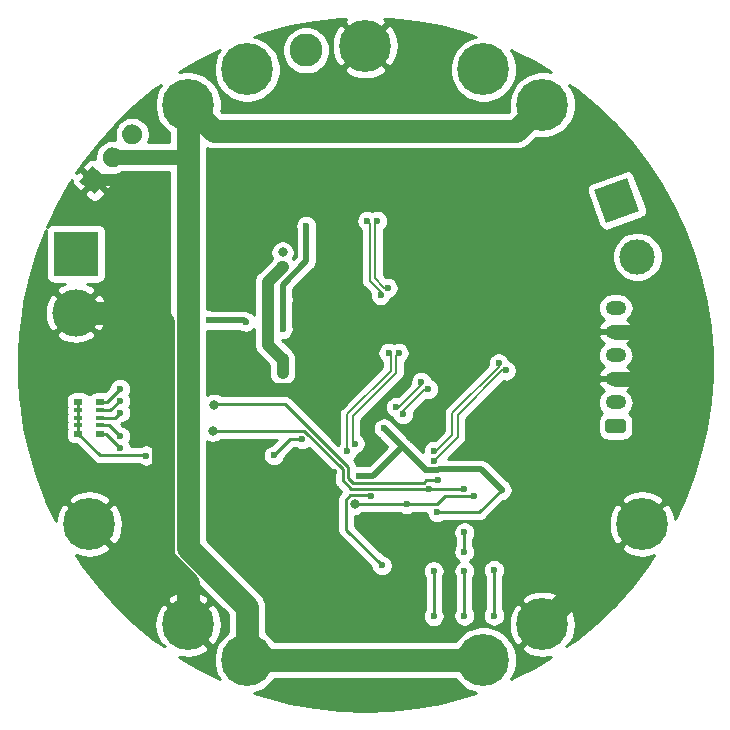
<source format=gbr>
%TF.GenerationSoftware,KiCad,Pcbnew,(5.1.6)-1*%
%TF.CreationDate,2020-12-16T03:52:29+01:00*%
%TF.ProjectId,bms,626d732e-6b69-4636-9164-5f7063625858,rev?*%
%TF.SameCoordinates,Original*%
%TF.FileFunction,Copper,L2,Bot*%
%TF.FilePolarity,Positive*%
%FSLAX46Y46*%
G04 Gerber Fmt 4.6, Leading zero omitted, Abs format (unit mm)*
G04 Created by KiCad (PCBNEW (5.1.6)-1) date 2020-12-16 03:52:29*
%MOMM*%
%LPD*%
G01*
G04 APERTURE LIST*
%TA.AperFunction,ComponentPad*%
%ADD10C,4.000000*%
%TD*%
%TA.AperFunction,ComponentPad*%
%ADD11R,3.800000X3.800000*%
%TD*%
%TA.AperFunction,ComponentPad*%
%ADD12C,4.400000*%
%TD*%
%TA.AperFunction,ComponentPad*%
%ADD13O,1.750000X1.200000*%
%TD*%
%TA.AperFunction,ComponentPad*%
%ADD14C,0.100000*%
%TD*%
%TA.AperFunction,ComponentPad*%
%ADD15C,3.000000*%
%TD*%
%TA.AperFunction,SMDPad,CuDef*%
%ADD16R,0.800000X0.320000*%
%TD*%
%TA.AperFunction,SMDPad,CuDef*%
%ADD17R,0.800000X0.480000*%
%TD*%
%TA.AperFunction,ComponentPad*%
%ADD18C,2.800000*%
%TD*%
%TA.AperFunction,ComponentPad*%
%ADD19C,0.700000*%
%TD*%
%TA.AperFunction,ViaPad*%
%ADD20C,0.800000*%
%TD*%
%TA.AperFunction,ViaPad*%
%ADD21C,0.600000*%
%TD*%
%TA.AperFunction,Conductor*%
%ADD22C,1.905000*%
%TD*%
%TA.AperFunction,Conductor*%
%ADD23C,1.270000*%
%TD*%
%TA.AperFunction,Conductor*%
%ADD24C,1.016000*%
%TD*%
%TA.AperFunction,Conductor*%
%ADD25C,0.508000*%
%TD*%
%TA.AperFunction,Conductor*%
%ADD26C,0.254000*%
%TD*%
%TA.AperFunction,Conductor*%
%ADD27C,0.200000*%
%TD*%
G04 APERTURE END LIST*
D10*
%TO.P,J4,2*%
%TO.N,GND*%
X85500000Y-85600000D03*
D11*
%TO.P,J4,1*%
%TO.N,+BATT*%
X85500000Y-80600000D03*
%TD*%
D12*
%TO.P,VBAT1+,1*%
%TO.N,+BATT*%
X100000000Y-65000000D03*
%TD*%
%TO.P,VBAT2+,1*%
%TO.N,VBAT1-*%
X95000000Y-68000000D03*
%TD*%
%TO.P,VBAT3+,1*%
%TO.N,+BATT*%
X120000000Y-65000000D03*
%TD*%
%TO.P,VBAT4+,1*%
%TO.N,VBAT1-*%
X125000000Y-68000000D03*
%TD*%
%TO.P,VBAT1-,1*%
%TO.N,VBAT1-*%
X100000000Y-115000000D03*
%TD*%
%TO.P,VBAT2-,1*%
%TO.N,GND*%
X95000000Y-112000000D03*
%TD*%
%TO.P,VBAT3-,1*%
%TO.N,VBAT1-*%
X120000000Y-115000000D03*
%TD*%
%TO.P,VBAT4-,1*%
%TO.N,GND*%
X125000000Y-112000000D03*
%TD*%
%TO.P,J2,1*%
%TO.N,+5V*%
%TA.AperFunction,ComponentPad*%
G36*
G01*
X131825001Y-95800000D02*
X130574999Y-95800000D01*
G75*
G02*
X130325000Y-95550001I0J249999D01*
G01*
X130325000Y-94849999D01*
G75*
G02*
X130574999Y-94600000I249999J0D01*
G01*
X131825001Y-94600000D01*
G75*
G02*
X132075000Y-94849999I0J-249999D01*
G01*
X132075000Y-95550001D01*
G75*
G02*
X131825001Y-95800000I-249999J0D01*
G01*
G37*
%TD.AperFunction*%
D13*
%TO.P,J2,2*%
X131200000Y-93200000D03*
%TO.P,J2,3*%
%TO.N,GND*%
X131200000Y-91200000D03*
%TO.P,J2,4*%
%TO.N,BAT*%
X131200000Y-89200000D03*
%TO.P,J2,5*%
%TO.N,GND*%
X131200000Y-87200000D03*
%TO.P,J2,6*%
%TO.N,+3V3*%
X131200000Y-85200000D03*
%TD*%
%TA.AperFunction,ComponentPad*%
D14*
%TO.P,J5,1*%
%TO.N,+BATT*%
G36*
X129377431Y-75203491D02*
G01*
X132196509Y-74177431D01*
X133222569Y-76996509D01*
X130403491Y-78022569D01*
X129377431Y-75203491D01*
G37*
%TD.AperFunction*%
D15*
%TO.P,J5,2*%
%TO.N,Net-(J5-Pad2)*%
X133037462Y-80873639D03*
%TD*%
D16*
%TO.P,RN1,8*%
%TO.N,+3V3*%
X85725000Y-94511000D03*
D17*
%TO.P,RN1,6*%
X85725000Y-95871000D03*
D16*
%TO.P,RN1,9*%
X85725000Y-93871000D03*
D17*
%TO.P,RN1,10*%
X85725000Y-93151000D03*
D16*
%TO.P,RN1,7*%
X85725000Y-95151000D03*
%TO.P,RN1,3*%
%TO.N,PWR_CRITICAL*%
X87525000Y-94511000D03*
%TO.P,RN1,4*%
%TO.N,SCL*%
X87525000Y-95151000D03*
D17*
%TO.P,RN1,5*%
%TO.N,SDA*%
X87525000Y-95871000D03*
D16*
%TO.P,RN1,2*%
%TO.N,PWR_WARN*%
X87525000Y-93871000D03*
D17*
%TO.P,RN1,1*%
%TO.N,PWR_VALID*%
X87525000Y-93151000D03*
%TD*%
D18*
%TO.P,TP1,1*%
%TO.N,+BATT*%
X105000000Y-63400000D03*
%TD*%
%TA.AperFunction,ComponentPad*%
D14*
%TO.P,BALANCE,1*%
%TO.N,GND*%
G36*
X88197507Y-74295232D02*
G01*
X87104768Y-75597507D01*
X85802493Y-74504768D01*
X86895232Y-73202493D01*
X88197507Y-74295232D01*
G37*
%TD.AperFunction*%
%TO.P,BALANCE,2*%
%TO.N,VBAT1-*%
%TA.AperFunction,ComponentPad*%
G36*
G01*
X89283819Y-73000616D02*
X89283819Y-73000616D01*
G75*
G02*
X88086312Y-73105385I-651138J546369D01*
G01*
X88086312Y-73105385D01*
G75*
G02*
X87981543Y-71907878I546369J651138D01*
G01*
X87981543Y-71907878D01*
G75*
G02*
X89179050Y-71803109I651138J-546369D01*
G01*
X89179050Y-71803109D01*
G75*
G02*
X89283819Y-73000616I-546369J-651138D01*
G01*
G37*
%TD.AperFunction*%
%TO.P,BALANCE,3*%
%TO.N,+BATT*%
%TA.AperFunction,ComponentPad*%
G36*
G01*
X90916499Y-71054863D02*
X90916499Y-71054863D01*
G75*
G02*
X89718992Y-71159632I-651138J546369D01*
G01*
X89718992Y-71159632D01*
G75*
G02*
X89614223Y-69962125I546369J651138D01*
G01*
X89614223Y-69962125D01*
G75*
G02*
X90811730Y-69857356I651138J-546369D01*
G01*
X90811730Y-69857356D01*
G75*
G02*
X90916499Y-71054863I-546369J-651138D01*
G01*
G37*
%TD.AperFunction*%
%TD*%
D19*
%TO.P,H9,1*%
%TO.N,GND*%
X111166726Y-61833274D03*
X110000000Y-61350000D03*
X108833274Y-61833274D03*
X108350000Y-63000000D03*
X108833274Y-64166726D03*
X110000000Y-64650000D03*
X111166726Y-64166726D03*
X111650000Y-63000000D03*
D12*
X110000000Y-63000000D03*
%TD*%
%TO.P,He,1*%
%TO.N,GND*%
X133450000Y-103500000D03*
D19*
X135100000Y-103500000D03*
X134616726Y-104666726D03*
X133450000Y-105150000D03*
X132283274Y-104666726D03*
X131800000Y-103500000D03*
X132283274Y-102333274D03*
X133450000Y-101850000D03*
X134616726Y-102333274D03*
%TD*%
D12*
%TO.P,H11,1*%
%TO.N,GND*%
X86650000Y-103500000D03*
D19*
X88300000Y-103500000D03*
X87816726Y-104666726D03*
X86650000Y-105150000D03*
X85483274Y-104666726D03*
X85000000Y-103500000D03*
X85483274Y-102333274D03*
X86650000Y-101850000D03*
X87816726Y-102333274D03*
%TD*%
D20*
%TO.N,GND*%
X106250000Y-85750000D03*
X105050000Y-85750000D03*
X97200000Y-90300000D03*
X97200000Y-89100000D03*
X97200000Y-87900000D03*
X92900000Y-89900000D03*
X92900000Y-88700000D03*
X92900000Y-87500000D03*
X92900000Y-86400000D03*
D21*
X107400000Y-99100000D03*
X105500000Y-101000000D03*
X102300000Y-92100000D03*
X92900000Y-81200000D03*
X92900000Y-83800000D03*
X99900000Y-77600000D03*
X103028000Y-77613500D03*
X92894990Y-95055010D03*
D20*
X113800000Y-61600000D03*
X116400000Y-63600000D03*
X113800000Y-64800000D03*
X107400000Y-65200000D03*
X102000000Y-74000000D03*
X97000000Y-74000000D03*
X109800000Y-72600000D03*
X108600000Y-77800000D03*
X90200000Y-80800000D03*
X89800000Y-88400000D03*
X81600000Y-88600000D03*
X89800000Y-100600000D03*
X83000000Y-99800000D03*
X90200000Y-104600000D03*
X90600000Y-109000000D03*
X104000000Y-111600000D03*
X98200000Y-103400000D03*
X103800000Y-100000000D03*
X107200000Y-106000000D03*
X111800000Y-111600000D03*
X103000000Y-117200000D03*
X124600000Y-106800000D03*
X124600000Y-102200000D03*
X135600000Y-99400000D03*
X136400000Y-84800000D03*
X133000000Y-89200000D03*
X119600000Y-89200000D03*
X113800000Y-90000000D03*
X117000000Y-92000000D03*
X129600000Y-70600000D03*
X126600000Y-72400000D03*
X110000000Y-118600000D03*
D21*
%TO.N,+3V3*%
X111575000Y-95400000D03*
X121550000Y-100611000D03*
X109500000Y-99400000D03*
X116100000Y-102500000D03*
X91442490Y-97700000D03*
X102260610Y-97689390D03*
X104670625Y-96329375D03*
%TO.N,IN1+*%
X115800000Y-97325000D03*
X121299479Y-89899479D03*
%TO.N,IN1-*%
X115800000Y-98175000D03*
X121900521Y-90500521D03*
%TO.N,IN2-*%
X115337806Y-92063236D03*
X113200521Y-94200521D03*
%TO.N,IN2+*%
X114736764Y-91462194D03*
X112599479Y-93599479D03*
%TO.N,IN3+*%
X110175000Y-77831500D03*
X111299479Y-84100521D03*
X111975000Y-89000000D03*
X108499479Y-97300521D03*
%TO.N,IN3-*%
X111025000Y-77831500D03*
X111900521Y-83499479D03*
X112825000Y-89000000D03*
X109100521Y-96699479D03*
%TO.N,Net-(C12-Pad2)*%
X103000000Y-87000000D03*
X103000000Y-84500000D03*
X105000000Y-78250000D03*
D20*
%TO.N,BAT*%
X103000000Y-90750000D03*
X102972000Y-89528000D03*
X103000000Y-81750000D03*
X103000000Y-80500000D03*
D21*
%TO.N,PWR_VALID*%
X89242000Y-92061500D03*
D20*
X97200000Y-93400000D03*
D21*
X116200000Y-99800000D03*
%TO.N,PWR_WARN*%
X89242000Y-93061500D03*
X113500000Y-101800000D03*
X119177312Y-101122021D03*
D20*
X109100000Y-101800000D03*
D21*
%TO.N,PWR_CRITICAL*%
X89242000Y-94061500D03*
D20*
X97100000Y-95600000D03*
D21*
X115400000Y-100500000D03*
X118400000Y-100500000D03*
%TO.N,SCL*%
X89242000Y-96061500D03*
%TO.N,SDA*%
X89242000Y-97061500D03*
%TO.N,A0*%
X110500000Y-101127000D03*
X111400000Y-107000000D03*
%TO.N,Net-(JP3-Pad2)*%
X120900000Y-107400000D03*
X120900000Y-111252501D03*
%TO.N,Net-(JP4-Pad2)*%
X118400000Y-107500000D03*
X118400000Y-111252501D03*
%TO.N,Net-(JP5-Pad2)*%
X115800000Y-111300000D03*
X115800000Y-107500000D03*
%TO.N,Net-(R27-Pad2)*%
X99886504Y-86377046D03*
X96750000Y-86250000D03*
%TO.N,Net-(JP4-Pad1)*%
X118400000Y-104200000D03*
X118380000Y-105853000D03*
%TD*%
D22*
%TO.N,VBAT1-*%
X122800001Y-70199999D02*
X125000000Y-68000000D01*
X97199999Y-70199999D02*
X122800001Y-70199999D01*
X95000000Y-68000000D02*
X97199999Y-70199999D01*
X120000000Y-115000000D02*
X100000000Y-115000000D01*
X100000000Y-110500000D02*
X100000000Y-115000000D01*
X95000000Y-105500000D02*
X100000000Y-110500000D01*
D23*
X94654247Y-72454247D02*
X95000000Y-72800000D01*
X88632681Y-72454247D02*
X94654247Y-72454247D01*
D22*
X95000000Y-68000000D02*
X95000000Y-72800000D01*
X95000000Y-72800000D02*
X95000000Y-105500000D01*
%TO.N,GND*%
X129600000Y-107400000D02*
X129600000Y-101200000D01*
X129600000Y-101200000D02*
X134600000Y-96200000D01*
X134600000Y-96200000D02*
X134600000Y-91200000D01*
D23*
X131200000Y-91200000D02*
X134600000Y-91200000D01*
X133345000Y-87200000D02*
X131200000Y-87200000D01*
X134600000Y-88455000D02*
X133345000Y-87200000D01*
X134600000Y-91200000D02*
X134600000Y-88455000D01*
D22*
X95000000Y-112000000D02*
X95000000Y-108476932D01*
X95000000Y-108476932D02*
X92894990Y-106371923D01*
D24*
X91500000Y-74400000D02*
X90812490Y-74400000D01*
X92894990Y-75794990D02*
X91500000Y-74400000D01*
X92894990Y-86400000D02*
X92894990Y-75794990D01*
X91500000Y-74400000D02*
X87000000Y-74400000D01*
X106250000Y-85750000D02*
X105050000Y-85750000D01*
X105050000Y-85750000D02*
X105050000Y-91150000D01*
X97200000Y-90400000D02*
X97200000Y-90300000D01*
X105050000Y-91150000D02*
X104100000Y-92100000D01*
X104100000Y-92100000D02*
X102300000Y-92100000D01*
X98900000Y-92100000D02*
X97200000Y-90400000D01*
D22*
X92894990Y-90005010D02*
X92894990Y-88594990D01*
X92894990Y-88594990D02*
X92894990Y-87405010D01*
X92894990Y-87405010D02*
X92894990Y-86400000D01*
D25*
X105500000Y-101000000D02*
X107400000Y-99100000D01*
D24*
X102300000Y-92100000D02*
X98900000Y-92100000D01*
D25*
X99900000Y-77600000D02*
X103014500Y-77600000D01*
X103014500Y-77600000D02*
X103028000Y-77613500D01*
D22*
X90994990Y-85600000D02*
X92894990Y-87500000D01*
X85500000Y-85600000D02*
X90994990Y-85600000D01*
X92894990Y-106371923D02*
X92894990Y-95055010D01*
X92894990Y-95055010D02*
X92894990Y-90005010D01*
X125000000Y-112000000D02*
X129600000Y-107400000D01*
D26*
%TO.N,+3V3*%
X85725000Y-93151000D02*
X85725000Y-93871000D01*
X85725000Y-93871000D02*
X85725000Y-94511000D01*
X85725000Y-94511000D02*
X85725000Y-95151000D01*
X85725000Y-95151000D02*
X85725000Y-95871000D01*
X111575000Y-95400000D02*
X112537500Y-96362500D01*
X112537500Y-96362500D02*
X113137500Y-96962500D01*
X113137500Y-96962500D02*
X115047999Y-98872999D01*
D25*
X111575000Y-95400000D02*
X115047999Y-98872999D01*
X110700000Y-99400000D02*
X113137500Y-96962500D01*
X109500000Y-99400000D02*
X110700000Y-99400000D01*
X115104001Y-98929001D02*
X115047999Y-98872999D01*
X116161921Y-98929001D02*
X115104001Y-98929001D01*
X116217923Y-98872999D02*
X116161921Y-98929001D01*
X119811999Y-98872999D02*
X116217923Y-98872999D01*
X121550000Y-100611000D02*
X119811999Y-98872999D01*
D26*
X121550000Y-100611000D02*
X119661000Y-102500000D01*
X119661000Y-102500000D02*
X116100000Y-102500000D01*
X91430991Y-97688501D02*
X91442490Y-97700000D01*
X85725000Y-95871000D02*
X87542501Y-97688501D01*
X87542501Y-97688501D02*
X91430991Y-97688501D01*
X102260610Y-97689390D02*
X103620625Y-96329375D01*
X103620625Y-96329375D02*
X104670625Y-96329375D01*
D27*
%TO.N,IN1+*%
X115800000Y-97325000D02*
X116013603Y-97325000D01*
X116013603Y-97325000D02*
X117375000Y-95963603D01*
X117375000Y-95963603D02*
X117375000Y-94106801D01*
X117375000Y-94106801D02*
X121299479Y-90182322D01*
X121299479Y-90182322D02*
X121299479Y-89899479D01*
%TO.N,IN1-*%
X121617678Y-90500521D02*
X121900521Y-90500521D01*
X117825000Y-94293199D02*
X121617678Y-90500521D01*
X117825000Y-96150000D02*
X117825000Y-94293199D01*
X115800000Y-98175000D02*
X117825000Y-96150000D01*
%TO.N,IN2-*%
X115054963Y-92063236D02*
X113200521Y-93917678D01*
X113200521Y-93917678D02*
X113200521Y-94200521D01*
X115337806Y-92063236D02*
X115054963Y-92063236D01*
%TO.N,IN2+*%
X114736764Y-91462194D02*
X114736764Y-91745037D01*
X114736764Y-91745037D02*
X112882322Y-93599479D01*
X112882322Y-93599479D02*
X112599479Y-93599479D01*
%TO.N,IN3+*%
X111299479Y-83817678D02*
X111299479Y-84100521D01*
X110375000Y-78031500D02*
X110375000Y-82893199D01*
X110175000Y-77831500D02*
X110375000Y-78031500D01*
X110375000Y-82893199D02*
X111299479Y-83817678D01*
X112175000Y-90506800D02*
X112175000Y-89200000D01*
X108499479Y-94182321D02*
X112175000Y-90506800D01*
X108499479Y-97300521D02*
X108499479Y-94182321D01*
X112175000Y-89200000D02*
X111975000Y-89000000D01*
%TO.N,IN3-*%
X111617678Y-83499479D02*
X111900521Y-83499479D01*
X110825000Y-78031500D02*
X110825000Y-82706801D01*
X110825000Y-82706801D02*
X111617678Y-83499479D01*
X111025000Y-77831500D02*
X110825000Y-78031500D01*
X112625000Y-89200000D02*
X112825000Y-89000000D01*
X112625000Y-90693200D02*
X112625000Y-89200000D01*
X108949479Y-94368721D02*
X112625000Y-90693200D01*
X109100521Y-96699479D02*
X108949479Y-96548437D01*
X108949479Y-96548437D02*
X108949479Y-94368721D01*
D25*
%TO.N,Net-(C12-Pad2)*%
X103000000Y-87000000D02*
X103000000Y-84500000D01*
X103000000Y-83250000D02*
X105000000Y-81250000D01*
X103000000Y-84500000D02*
X103000000Y-83250000D01*
X105000000Y-78250000D02*
X105000000Y-81250000D01*
D24*
%TO.N,BAT*%
X103000000Y-89556000D02*
X102972000Y-89528000D01*
X103000000Y-90750000D02*
X103000000Y-89556000D01*
X102972000Y-81778000D02*
X103000000Y-81750000D01*
X102972000Y-89528000D02*
X101750000Y-88306000D01*
X103000000Y-81750000D02*
X101750000Y-83000000D01*
X101750000Y-83000000D02*
X101750000Y-88306000D01*
D26*
%TO.N,PWR_VALID*%
X87525000Y-93151000D02*
X88152500Y-93151000D01*
X88152500Y-93151000D02*
X89242000Y-92061500D01*
X114907059Y-100027001D02*
X114926048Y-100045990D01*
X108969067Y-100027001D02*
X114907059Y-100027001D01*
X97200000Y-93400000D02*
X97242066Y-93357934D01*
X97242066Y-93357934D02*
X103227962Y-93357934D01*
X103227962Y-93357934D02*
X108554010Y-98683981D01*
X108554010Y-98683981D02*
X108554010Y-99611944D01*
X108554010Y-99611944D02*
X108969067Y-100027001D01*
X115172038Y-99800000D02*
X116200000Y-99800000D01*
X114945037Y-100027001D02*
X115172038Y-99800000D01*
X114907059Y-100027001D02*
X114945037Y-100027001D01*
%TO.N,PWR_WARN*%
X87525000Y-93871000D02*
X88432500Y-93871000D01*
X88432500Y-93871000D02*
X89242000Y-93061500D01*
X119177312Y-101122688D02*
X119177312Y-101122021D01*
X113500000Y-101800000D02*
X116100000Y-101800000D01*
X116100000Y-101800000D02*
X116772999Y-101127001D01*
X116772999Y-101127001D02*
X119172999Y-101127001D01*
X119172999Y-101127001D02*
X119177312Y-101122688D01*
X109100000Y-101800000D02*
X113500000Y-101800000D01*
%TO.N,PWR_CRITICAL*%
X87525000Y-94511000D02*
X88792500Y-94511000D01*
X88792500Y-94511000D02*
X89242000Y-94061500D01*
X115473000Y-100500000D02*
X115400000Y-100500000D01*
X118400000Y-100500000D02*
X115400000Y-100500000D01*
X108800000Y-100500000D02*
X115400000Y-100500000D01*
X108100000Y-99800000D02*
X108800000Y-100500000D01*
X104827962Y-95600000D02*
X108100000Y-98872038D01*
X108100000Y-98872038D02*
X108100000Y-99800000D01*
X97100000Y-95600000D02*
X104827962Y-95600000D01*
%TO.N,SCL*%
X87525000Y-95151000D02*
X88331500Y-95151000D01*
X88331500Y-95151000D02*
X89242000Y-96061500D01*
%TO.N,SDA*%
X87525000Y-95871000D02*
X88051500Y-95871000D01*
X88051500Y-95871000D02*
X89242000Y-97061500D01*
%TO.N,A0*%
X110500000Y-101127000D02*
X110445999Y-101072999D01*
X108372999Y-101451039D02*
X108372999Y-103972999D01*
X108372999Y-103972999D02*
X111400000Y-107000000D01*
X110445999Y-101072999D02*
X108751039Y-101072999D01*
X108751039Y-101072999D02*
X108372999Y-101451039D01*
%TO.N,Net-(JP3-Pad2)*%
X120900000Y-107400000D02*
X120900000Y-111252501D01*
%TO.N,Net-(JP4-Pad2)*%
X118400000Y-107500000D02*
X118400000Y-111252501D01*
%TO.N,Net-(JP5-Pad2)*%
X115800000Y-107500000D02*
X115800000Y-111300000D01*
D25*
%TO.N,Net-(R27-Pad2)*%
X99759458Y-86250000D02*
X99886504Y-86377046D01*
X96750000Y-86250000D02*
X99759458Y-86250000D01*
D26*
%TO.N,Net-(JP4-Pad1)*%
X118400000Y-104200000D02*
X118400000Y-105833000D01*
X118400000Y-105833000D02*
X118380000Y-105853000D01*
%TD*%
%TO.N,GND*%
G36*
X117797912Y-116807207D02*
G01*
X118192793Y-117202088D01*
X118657124Y-117512344D01*
X119173061Y-117726052D01*
X119403108Y-117771811D01*
X118452828Y-118096002D01*
X116379401Y-118638066D01*
X114271938Y-119027334D01*
X112141683Y-119261729D01*
X110000000Y-119340000D01*
X107858317Y-119261729D01*
X105728062Y-119027334D01*
X103620599Y-118638066D01*
X101547172Y-118096002D01*
X100596892Y-117771811D01*
X100826939Y-117726052D01*
X101342876Y-117512344D01*
X101807207Y-117202088D01*
X102202088Y-116807207D01*
X102348891Y-116587500D01*
X117651109Y-116587500D01*
X117797912Y-116807207D01*
G37*
X117797912Y-116807207D02*
X118192793Y-117202088D01*
X118657124Y-117512344D01*
X119173061Y-117726052D01*
X119403108Y-117771811D01*
X118452828Y-118096002D01*
X116379401Y-118638066D01*
X114271938Y-119027334D01*
X112141683Y-119261729D01*
X110000000Y-119340000D01*
X107858317Y-119261729D01*
X105728062Y-119027334D01*
X103620599Y-118638066D01*
X101547172Y-118096002D01*
X100596892Y-117771811D01*
X100826939Y-117726052D01*
X101342876Y-117512344D01*
X101807207Y-117202088D01*
X102202088Y-116807207D01*
X102348891Y-116587500D01*
X117651109Y-116587500D01*
X117797912Y-116807207D01*
G36*
X92487656Y-66657124D02*
G01*
X92273948Y-67173061D01*
X92165000Y-67720777D01*
X92165000Y-68279223D01*
X92273948Y-68826939D01*
X92487656Y-69342876D01*
X92797912Y-69807207D01*
X93192793Y-70202088D01*
X93412500Y-70348892D01*
X93412501Y-71184247D01*
X91592807Y-71184247D01*
X91693293Y-70941652D01*
X91750361Y-70654754D01*
X91750361Y-70362234D01*
X91693293Y-70075336D01*
X91581351Y-69805083D01*
X91418836Y-69561862D01*
X91211993Y-69355019D01*
X90968772Y-69192504D01*
X90698519Y-69080562D01*
X90411621Y-69023494D01*
X90119101Y-69023494D01*
X89832203Y-69080562D01*
X89561950Y-69192504D01*
X89318729Y-69355019D01*
X89111886Y-69561862D01*
X88949371Y-69805083D01*
X88837429Y-70075336D01*
X88780361Y-70362234D01*
X88780361Y-70654754D01*
X88837429Y-70941652D01*
X88855137Y-70984403D01*
X88778941Y-70969247D01*
X88486421Y-70969247D01*
X88199523Y-71026315D01*
X87929270Y-71138257D01*
X87686049Y-71300772D01*
X87479206Y-71507615D01*
X87316691Y-71750836D01*
X87204749Y-72021089D01*
X87147681Y-72307987D01*
X87147681Y-72600507D01*
X87151880Y-72621614D01*
X87087104Y-72593952D01*
X86964696Y-72568213D01*
X86839620Y-72566849D01*
X86716681Y-72589912D01*
X86600603Y-72636515D01*
X86495847Y-72704870D01*
X86406440Y-72792348D01*
X86046101Y-73226563D01*
X86065668Y-73450215D01*
X86984346Y-74221078D01*
X86997202Y-74205757D01*
X87191777Y-74369026D01*
X87178922Y-74384346D01*
X88097600Y-75155209D01*
X88321253Y-75135642D01*
X88686299Y-74705376D01*
X88756923Y-74602137D01*
X88806048Y-74487104D01*
X88831787Y-74364696D01*
X88833151Y-74239620D01*
X88810088Y-74116681D01*
X88763485Y-74000603D01*
X88723449Y-73939247D01*
X88778941Y-73939247D01*
X89065839Y-73882179D01*
X89336092Y-73770237D01*
X89404921Y-73724247D01*
X93412500Y-73724247D01*
X93412501Y-105422011D01*
X93404820Y-105500000D01*
X93435470Y-105811204D01*
X93500919Y-106026957D01*
X93526246Y-106110449D01*
X93673656Y-106386235D01*
X93872038Y-106627963D01*
X93932612Y-106677675D01*
X98412500Y-111157564D01*
X98412500Y-112651108D01*
X98192793Y-112797912D01*
X97797912Y-113192793D01*
X97487656Y-113657124D01*
X97273948Y-114173061D01*
X97165000Y-114720777D01*
X97165000Y-115279223D01*
X97273948Y-115826939D01*
X97487656Y-116342876D01*
X97672412Y-116619383D01*
X97546440Y-116565851D01*
X95640480Y-115585930D01*
X94241506Y-114732148D01*
X94459133Y-114796901D01*
X95015174Y-114848678D01*
X95570632Y-114790981D01*
X96104161Y-114626028D01*
X96570024Y-114377018D01*
X96810170Y-113989775D01*
X95000000Y-112179605D01*
X94985858Y-112193748D01*
X94806253Y-112014143D01*
X94820395Y-112000000D01*
X95179605Y-112000000D01*
X96989775Y-113810170D01*
X97377018Y-113570024D01*
X97637641Y-113076123D01*
X97796901Y-112540867D01*
X97848678Y-111984826D01*
X97790981Y-111429368D01*
X97626028Y-110895839D01*
X97377018Y-110429976D01*
X96989775Y-110189830D01*
X95179605Y-112000000D01*
X94820395Y-112000000D01*
X93010225Y-110189830D01*
X92622982Y-110429976D01*
X92362359Y-110923877D01*
X92203099Y-111459133D01*
X92151322Y-112015174D01*
X92209019Y-112570632D01*
X92373972Y-113104161D01*
X92622982Y-113570024D01*
X93010223Y-113810169D01*
X92959901Y-113860491D01*
X92068163Y-113222507D01*
X90420866Y-111851616D01*
X88878032Y-110364137D01*
X88560926Y-110010225D01*
X93189830Y-110010225D01*
X95000000Y-111820395D01*
X96810170Y-110010225D01*
X96570024Y-109622982D01*
X96076123Y-109362359D01*
X95540867Y-109203099D01*
X94984826Y-109151322D01*
X94429368Y-109209019D01*
X93895839Y-109373972D01*
X93429976Y-109622982D01*
X93189830Y-110010225D01*
X88560926Y-110010225D01*
X87447893Y-108768006D01*
X86138079Y-107071741D01*
X85491232Y-106094031D01*
X85573877Y-106137641D01*
X86109133Y-106296901D01*
X86665174Y-106348678D01*
X87220632Y-106290981D01*
X87754161Y-106126028D01*
X88220024Y-105877018D01*
X88460170Y-105489775D01*
X86650000Y-103679605D01*
X86635858Y-103693748D01*
X86456253Y-103514143D01*
X86470395Y-103500000D01*
X86829605Y-103500000D01*
X88639775Y-105310170D01*
X89027018Y-105070024D01*
X89287641Y-104576123D01*
X89446901Y-104040867D01*
X89498678Y-103484826D01*
X89440981Y-102929368D01*
X89276028Y-102395839D01*
X89027018Y-101929976D01*
X88639775Y-101689830D01*
X86829605Y-103500000D01*
X86470395Y-103500000D01*
X84660225Y-101689830D01*
X84272982Y-101929976D01*
X84012359Y-102423877D01*
X83853099Y-102959133D01*
X83826529Y-103244468D01*
X83013551Y-101510225D01*
X84839830Y-101510225D01*
X86650000Y-103320395D01*
X88460170Y-101510225D01*
X88220024Y-101122982D01*
X87726123Y-100862359D01*
X87190867Y-100703099D01*
X86634826Y-100651322D01*
X86079368Y-100709019D01*
X85545839Y-100873972D01*
X85079976Y-101122982D01*
X84839830Y-101510225D01*
X83013551Y-101510225D01*
X82997043Y-101475012D01*
X82231457Y-99473311D01*
X81614028Y-97421065D01*
X81148051Y-95329225D01*
X80836011Y-93208951D01*
X80814204Y-92911000D01*
X84686928Y-92911000D01*
X84686928Y-93391000D01*
X84699188Y-93515482D01*
X84709962Y-93551000D01*
X84699188Y-93586518D01*
X84686928Y-93711000D01*
X84686928Y-94031000D01*
X84699188Y-94155482D01*
X84709962Y-94191000D01*
X84699188Y-94226518D01*
X84686928Y-94351000D01*
X84686928Y-94671000D01*
X84699188Y-94795482D01*
X84709962Y-94831000D01*
X84699188Y-94866518D01*
X84686928Y-94991000D01*
X84686928Y-95311000D01*
X84699188Y-95435482D01*
X84709962Y-95471000D01*
X84699188Y-95506518D01*
X84686928Y-95631000D01*
X84686928Y-96111000D01*
X84699188Y-96235482D01*
X84735498Y-96355180D01*
X84794463Y-96465494D01*
X84873815Y-96562185D01*
X84970506Y-96641537D01*
X85080820Y-96700502D01*
X85200518Y-96736812D01*
X85325000Y-96749072D01*
X85525442Y-96749072D01*
X86977217Y-98200847D01*
X87001079Y-98229923D01*
X87068700Y-98285418D01*
X87117108Y-98325146D01*
X87187865Y-98362966D01*
X87249486Y-98395903D01*
X87393123Y-98439475D01*
X87505075Y-98450501D01*
X87505078Y-98450501D01*
X87542501Y-98454187D01*
X87579924Y-98450501D01*
X90882738Y-98450501D01*
X90999601Y-98528586D01*
X91169761Y-98599068D01*
X91350401Y-98635000D01*
X91534579Y-98635000D01*
X91715219Y-98599068D01*
X91885379Y-98528586D01*
X92038518Y-98426262D01*
X92168752Y-98296028D01*
X92271076Y-98142889D01*
X92341558Y-97972729D01*
X92377490Y-97792089D01*
X92377490Y-97607911D01*
X92341558Y-97427271D01*
X92271076Y-97257111D01*
X92168752Y-97103972D01*
X92038518Y-96973738D01*
X91885379Y-96871414D01*
X91715219Y-96800932D01*
X91534579Y-96765000D01*
X91350401Y-96765000D01*
X91169761Y-96800932D01*
X90999601Y-96871414D01*
X90917157Y-96926501D01*
X90168465Y-96926501D01*
X90141068Y-96788771D01*
X90070586Y-96618611D01*
X90032426Y-96561500D01*
X90070586Y-96504389D01*
X90141068Y-96334229D01*
X90177000Y-96153589D01*
X90177000Y-95969411D01*
X90141068Y-95788771D01*
X90070586Y-95618611D01*
X89968262Y-95465472D01*
X89838028Y-95335238D01*
X89684889Y-95232914D01*
X89514729Y-95162432D01*
X89397180Y-95139050D01*
X89321086Y-95062956D01*
X89333922Y-95052422D01*
X89357784Y-95023346D01*
X89397180Y-94983950D01*
X89514729Y-94960568D01*
X89684889Y-94890086D01*
X89838028Y-94787762D01*
X89968262Y-94657528D01*
X90070586Y-94504389D01*
X90141068Y-94334229D01*
X90177000Y-94153589D01*
X90177000Y-93969411D01*
X90141068Y-93788771D01*
X90070586Y-93618611D01*
X90032426Y-93561500D01*
X90070586Y-93504389D01*
X90141068Y-93334229D01*
X90177000Y-93153589D01*
X90177000Y-92969411D01*
X90141068Y-92788771D01*
X90070586Y-92618611D01*
X90032426Y-92561500D01*
X90070586Y-92504389D01*
X90141068Y-92334229D01*
X90177000Y-92153589D01*
X90177000Y-91969411D01*
X90141068Y-91788771D01*
X90070586Y-91618611D01*
X89968262Y-91465472D01*
X89838028Y-91335238D01*
X89684889Y-91232914D01*
X89514729Y-91162432D01*
X89334089Y-91126500D01*
X89149911Y-91126500D01*
X88969271Y-91162432D01*
X88799111Y-91232914D01*
X88645972Y-91335238D01*
X88515738Y-91465472D01*
X88413414Y-91618611D01*
X88342932Y-91788771D01*
X88319550Y-91906320D01*
X87950437Y-92275433D01*
X87925000Y-92272928D01*
X87125000Y-92272928D01*
X87000518Y-92285188D01*
X86880820Y-92321498D01*
X86770506Y-92380463D01*
X86673815Y-92459815D01*
X86625000Y-92519296D01*
X86576185Y-92459815D01*
X86479494Y-92380463D01*
X86369180Y-92321498D01*
X86249482Y-92285188D01*
X86125000Y-92272928D01*
X85325000Y-92272928D01*
X85200518Y-92285188D01*
X85080820Y-92321498D01*
X84970506Y-92380463D01*
X84873815Y-92459815D01*
X84794463Y-92556506D01*
X84735498Y-92666820D01*
X84699188Y-92786518D01*
X84686928Y-92911000D01*
X80814204Y-92911000D01*
X80679574Y-91071556D01*
X80679574Y-88928444D01*
X80787965Y-87447499D01*
X83832106Y-87447499D01*
X84048228Y-87814258D01*
X84508105Y-88054938D01*
X85006098Y-88201275D01*
X85523071Y-88247648D01*
X86039159Y-88192273D01*
X86534526Y-88037279D01*
X86951772Y-87814258D01*
X87167894Y-87447499D01*
X85500000Y-85779605D01*
X83832106Y-87447499D01*
X80787965Y-87447499D01*
X80836011Y-86791049D01*
X81007901Y-85623071D01*
X82852352Y-85623071D01*
X82907727Y-86139159D01*
X83062721Y-86634526D01*
X83285742Y-87051772D01*
X83652501Y-87267894D01*
X85320395Y-85600000D01*
X85679605Y-85600000D01*
X87347499Y-87267894D01*
X87714258Y-87051772D01*
X87954938Y-86591895D01*
X88101275Y-86093902D01*
X88147648Y-85576929D01*
X88092273Y-85060841D01*
X87937279Y-84565474D01*
X87714258Y-84148228D01*
X87347499Y-83932106D01*
X85679605Y-85600000D01*
X85320395Y-85600000D01*
X83652501Y-83932106D01*
X83285742Y-84148228D01*
X83045062Y-84608105D01*
X82898725Y-85106098D01*
X82852352Y-85623071D01*
X81007901Y-85623071D01*
X81148051Y-84670775D01*
X81614028Y-82578935D01*
X82231457Y-80526689D01*
X82972964Y-78587945D01*
X82961928Y-78700000D01*
X82961928Y-82500000D01*
X82974188Y-82624482D01*
X83010498Y-82744180D01*
X83069463Y-82854494D01*
X83148815Y-82951185D01*
X83245506Y-83030537D01*
X83355820Y-83089502D01*
X83475518Y-83125812D01*
X83600000Y-83138072D01*
X84544253Y-83138072D01*
X84465474Y-83162721D01*
X84048228Y-83385742D01*
X83832106Y-83752501D01*
X85500000Y-85420395D01*
X87167894Y-83752501D01*
X86951772Y-83385742D01*
X86491895Y-83145062D01*
X86468108Y-83138072D01*
X87400000Y-83138072D01*
X87524482Y-83125812D01*
X87644180Y-83089502D01*
X87754494Y-83030537D01*
X87851185Y-82951185D01*
X87930537Y-82854494D01*
X87989502Y-82744180D01*
X88025812Y-82624482D01*
X88038072Y-82500000D01*
X88038072Y-78700000D01*
X88025812Y-78575518D01*
X87989502Y-78455820D01*
X87930537Y-78345506D01*
X87851185Y-78248815D01*
X87754494Y-78169463D01*
X87644180Y-78110498D01*
X87524482Y-78074188D01*
X87400000Y-78061928D01*
X83600000Y-78061928D01*
X83475518Y-78074188D01*
X83355820Y-78110498D01*
X83245506Y-78169463D01*
X83148815Y-78248815D01*
X83096790Y-78312207D01*
X83906701Y-76584510D01*
X84516704Y-75497600D01*
X86244791Y-75497600D01*
X86264358Y-75721253D01*
X86694624Y-76086299D01*
X86797863Y-76156923D01*
X86912896Y-76206048D01*
X87035304Y-76231787D01*
X87160380Y-76233151D01*
X87283319Y-76210088D01*
X87399397Y-76163485D01*
X87504153Y-76095130D01*
X87593560Y-76007652D01*
X87953899Y-75573437D01*
X87934332Y-75349785D01*
X87015654Y-74578922D01*
X86244791Y-75497600D01*
X84516704Y-75497600D01*
X84955579Y-74715610D01*
X85180879Y-74375069D01*
X85168213Y-74435304D01*
X85166849Y-74560380D01*
X85189912Y-74683319D01*
X85236515Y-74799397D01*
X85304870Y-74904153D01*
X85392348Y-74993560D01*
X85826563Y-75353899D01*
X86050215Y-75334332D01*
X86821078Y-74415654D01*
X85902400Y-73644791D01*
X85678747Y-73664358D01*
X85553107Y-73812445D01*
X86138079Y-72928259D01*
X87447893Y-71231994D01*
X88878032Y-69635863D01*
X90420866Y-68148384D01*
X92068163Y-66777493D01*
X92717764Y-66312744D01*
X92487656Y-66657124D01*
G37*
X92487656Y-66657124D02*
X92273948Y-67173061D01*
X92165000Y-67720777D01*
X92165000Y-68279223D01*
X92273948Y-68826939D01*
X92487656Y-69342876D01*
X92797912Y-69807207D01*
X93192793Y-70202088D01*
X93412500Y-70348892D01*
X93412501Y-71184247D01*
X91592807Y-71184247D01*
X91693293Y-70941652D01*
X91750361Y-70654754D01*
X91750361Y-70362234D01*
X91693293Y-70075336D01*
X91581351Y-69805083D01*
X91418836Y-69561862D01*
X91211993Y-69355019D01*
X90968772Y-69192504D01*
X90698519Y-69080562D01*
X90411621Y-69023494D01*
X90119101Y-69023494D01*
X89832203Y-69080562D01*
X89561950Y-69192504D01*
X89318729Y-69355019D01*
X89111886Y-69561862D01*
X88949371Y-69805083D01*
X88837429Y-70075336D01*
X88780361Y-70362234D01*
X88780361Y-70654754D01*
X88837429Y-70941652D01*
X88855137Y-70984403D01*
X88778941Y-70969247D01*
X88486421Y-70969247D01*
X88199523Y-71026315D01*
X87929270Y-71138257D01*
X87686049Y-71300772D01*
X87479206Y-71507615D01*
X87316691Y-71750836D01*
X87204749Y-72021089D01*
X87147681Y-72307987D01*
X87147681Y-72600507D01*
X87151880Y-72621614D01*
X87087104Y-72593952D01*
X86964696Y-72568213D01*
X86839620Y-72566849D01*
X86716681Y-72589912D01*
X86600603Y-72636515D01*
X86495847Y-72704870D01*
X86406440Y-72792348D01*
X86046101Y-73226563D01*
X86065668Y-73450215D01*
X86984346Y-74221078D01*
X86997202Y-74205757D01*
X87191777Y-74369026D01*
X87178922Y-74384346D01*
X88097600Y-75155209D01*
X88321253Y-75135642D01*
X88686299Y-74705376D01*
X88756923Y-74602137D01*
X88806048Y-74487104D01*
X88831787Y-74364696D01*
X88833151Y-74239620D01*
X88810088Y-74116681D01*
X88763485Y-74000603D01*
X88723449Y-73939247D01*
X88778941Y-73939247D01*
X89065839Y-73882179D01*
X89336092Y-73770237D01*
X89404921Y-73724247D01*
X93412500Y-73724247D01*
X93412501Y-105422011D01*
X93404820Y-105500000D01*
X93435470Y-105811204D01*
X93500919Y-106026957D01*
X93526246Y-106110449D01*
X93673656Y-106386235D01*
X93872038Y-106627963D01*
X93932612Y-106677675D01*
X98412500Y-111157564D01*
X98412500Y-112651108D01*
X98192793Y-112797912D01*
X97797912Y-113192793D01*
X97487656Y-113657124D01*
X97273948Y-114173061D01*
X97165000Y-114720777D01*
X97165000Y-115279223D01*
X97273948Y-115826939D01*
X97487656Y-116342876D01*
X97672412Y-116619383D01*
X97546440Y-116565851D01*
X95640480Y-115585930D01*
X94241506Y-114732148D01*
X94459133Y-114796901D01*
X95015174Y-114848678D01*
X95570632Y-114790981D01*
X96104161Y-114626028D01*
X96570024Y-114377018D01*
X96810170Y-113989775D01*
X95000000Y-112179605D01*
X94985858Y-112193748D01*
X94806253Y-112014143D01*
X94820395Y-112000000D01*
X95179605Y-112000000D01*
X96989775Y-113810170D01*
X97377018Y-113570024D01*
X97637641Y-113076123D01*
X97796901Y-112540867D01*
X97848678Y-111984826D01*
X97790981Y-111429368D01*
X97626028Y-110895839D01*
X97377018Y-110429976D01*
X96989775Y-110189830D01*
X95179605Y-112000000D01*
X94820395Y-112000000D01*
X93010225Y-110189830D01*
X92622982Y-110429976D01*
X92362359Y-110923877D01*
X92203099Y-111459133D01*
X92151322Y-112015174D01*
X92209019Y-112570632D01*
X92373972Y-113104161D01*
X92622982Y-113570024D01*
X93010223Y-113810169D01*
X92959901Y-113860491D01*
X92068163Y-113222507D01*
X90420866Y-111851616D01*
X88878032Y-110364137D01*
X88560926Y-110010225D01*
X93189830Y-110010225D01*
X95000000Y-111820395D01*
X96810170Y-110010225D01*
X96570024Y-109622982D01*
X96076123Y-109362359D01*
X95540867Y-109203099D01*
X94984826Y-109151322D01*
X94429368Y-109209019D01*
X93895839Y-109373972D01*
X93429976Y-109622982D01*
X93189830Y-110010225D01*
X88560926Y-110010225D01*
X87447893Y-108768006D01*
X86138079Y-107071741D01*
X85491232Y-106094031D01*
X85573877Y-106137641D01*
X86109133Y-106296901D01*
X86665174Y-106348678D01*
X87220632Y-106290981D01*
X87754161Y-106126028D01*
X88220024Y-105877018D01*
X88460170Y-105489775D01*
X86650000Y-103679605D01*
X86635858Y-103693748D01*
X86456253Y-103514143D01*
X86470395Y-103500000D01*
X86829605Y-103500000D01*
X88639775Y-105310170D01*
X89027018Y-105070024D01*
X89287641Y-104576123D01*
X89446901Y-104040867D01*
X89498678Y-103484826D01*
X89440981Y-102929368D01*
X89276028Y-102395839D01*
X89027018Y-101929976D01*
X88639775Y-101689830D01*
X86829605Y-103500000D01*
X86470395Y-103500000D01*
X84660225Y-101689830D01*
X84272982Y-101929976D01*
X84012359Y-102423877D01*
X83853099Y-102959133D01*
X83826529Y-103244468D01*
X83013551Y-101510225D01*
X84839830Y-101510225D01*
X86650000Y-103320395D01*
X88460170Y-101510225D01*
X88220024Y-101122982D01*
X87726123Y-100862359D01*
X87190867Y-100703099D01*
X86634826Y-100651322D01*
X86079368Y-100709019D01*
X85545839Y-100873972D01*
X85079976Y-101122982D01*
X84839830Y-101510225D01*
X83013551Y-101510225D01*
X82997043Y-101475012D01*
X82231457Y-99473311D01*
X81614028Y-97421065D01*
X81148051Y-95329225D01*
X80836011Y-93208951D01*
X80814204Y-92911000D01*
X84686928Y-92911000D01*
X84686928Y-93391000D01*
X84699188Y-93515482D01*
X84709962Y-93551000D01*
X84699188Y-93586518D01*
X84686928Y-93711000D01*
X84686928Y-94031000D01*
X84699188Y-94155482D01*
X84709962Y-94191000D01*
X84699188Y-94226518D01*
X84686928Y-94351000D01*
X84686928Y-94671000D01*
X84699188Y-94795482D01*
X84709962Y-94831000D01*
X84699188Y-94866518D01*
X84686928Y-94991000D01*
X84686928Y-95311000D01*
X84699188Y-95435482D01*
X84709962Y-95471000D01*
X84699188Y-95506518D01*
X84686928Y-95631000D01*
X84686928Y-96111000D01*
X84699188Y-96235482D01*
X84735498Y-96355180D01*
X84794463Y-96465494D01*
X84873815Y-96562185D01*
X84970506Y-96641537D01*
X85080820Y-96700502D01*
X85200518Y-96736812D01*
X85325000Y-96749072D01*
X85525442Y-96749072D01*
X86977217Y-98200847D01*
X87001079Y-98229923D01*
X87068700Y-98285418D01*
X87117108Y-98325146D01*
X87187865Y-98362966D01*
X87249486Y-98395903D01*
X87393123Y-98439475D01*
X87505075Y-98450501D01*
X87505078Y-98450501D01*
X87542501Y-98454187D01*
X87579924Y-98450501D01*
X90882738Y-98450501D01*
X90999601Y-98528586D01*
X91169761Y-98599068D01*
X91350401Y-98635000D01*
X91534579Y-98635000D01*
X91715219Y-98599068D01*
X91885379Y-98528586D01*
X92038518Y-98426262D01*
X92168752Y-98296028D01*
X92271076Y-98142889D01*
X92341558Y-97972729D01*
X92377490Y-97792089D01*
X92377490Y-97607911D01*
X92341558Y-97427271D01*
X92271076Y-97257111D01*
X92168752Y-97103972D01*
X92038518Y-96973738D01*
X91885379Y-96871414D01*
X91715219Y-96800932D01*
X91534579Y-96765000D01*
X91350401Y-96765000D01*
X91169761Y-96800932D01*
X90999601Y-96871414D01*
X90917157Y-96926501D01*
X90168465Y-96926501D01*
X90141068Y-96788771D01*
X90070586Y-96618611D01*
X90032426Y-96561500D01*
X90070586Y-96504389D01*
X90141068Y-96334229D01*
X90177000Y-96153589D01*
X90177000Y-95969411D01*
X90141068Y-95788771D01*
X90070586Y-95618611D01*
X89968262Y-95465472D01*
X89838028Y-95335238D01*
X89684889Y-95232914D01*
X89514729Y-95162432D01*
X89397180Y-95139050D01*
X89321086Y-95062956D01*
X89333922Y-95052422D01*
X89357784Y-95023346D01*
X89397180Y-94983950D01*
X89514729Y-94960568D01*
X89684889Y-94890086D01*
X89838028Y-94787762D01*
X89968262Y-94657528D01*
X90070586Y-94504389D01*
X90141068Y-94334229D01*
X90177000Y-94153589D01*
X90177000Y-93969411D01*
X90141068Y-93788771D01*
X90070586Y-93618611D01*
X90032426Y-93561500D01*
X90070586Y-93504389D01*
X90141068Y-93334229D01*
X90177000Y-93153589D01*
X90177000Y-92969411D01*
X90141068Y-92788771D01*
X90070586Y-92618611D01*
X90032426Y-92561500D01*
X90070586Y-92504389D01*
X90141068Y-92334229D01*
X90177000Y-92153589D01*
X90177000Y-91969411D01*
X90141068Y-91788771D01*
X90070586Y-91618611D01*
X89968262Y-91465472D01*
X89838028Y-91335238D01*
X89684889Y-91232914D01*
X89514729Y-91162432D01*
X89334089Y-91126500D01*
X89149911Y-91126500D01*
X88969271Y-91162432D01*
X88799111Y-91232914D01*
X88645972Y-91335238D01*
X88515738Y-91465472D01*
X88413414Y-91618611D01*
X88342932Y-91788771D01*
X88319550Y-91906320D01*
X87950437Y-92275433D01*
X87925000Y-92272928D01*
X87125000Y-92272928D01*
X87000518Y-92285188D01*
X86880820Y-92321498D01*
X86770506Y-92380463D01*
X86673815Y-92459815D01*
X86625000Y-92519296D01*
X86576185Y-92459815D01*
X86479494Y-92380463D01*
X86369180Y-92321498D01*
X86249482Y-92285188D01*
X86125000Y-92272928D01*
X85325000Y-92272928D01*
X85200518Y-92285188D01*
X85080820Y-92321498D01*
X84970506Y-92380463D01*
X84873815Y-92459815D01*
X84794463Y-92556506D01*
X84735498Y-92666820D01*
X84699188Y-92786518D01*
X84686928Y-92911000D01*
X80814204Y-92911000D01*
X80679574Y-91071556D01*
X80679574Y-88928444D01*
X80787965Y-87447499D01*
X83832106Y-87447499D01*
X84048228Y-87814258D01*
X84508105Y-88054938D01*
X85006098Y-88201275D01*
X85523071Y-88247648D01*
X86039159Y-88192273D01*
X86534526Y-88037279D01*
X86951772Y-87814258D01*
X87167894Y-87447499D01*
X85500000Y-85779605D01*
X83832106Y-87447499D01*
X80787965Y-87447499D01*
X80836011Y-86791049D01*
X81007901Y-85623071D01*
X82852352Y-85623071D01*
X82907727Y-86139159D01*
X83062721Y-86634526D01*
X83285742Y-87051772D01*
X83652501Y-87267894D01*
X85320395Y-85600000D01*
X85679605Y-85600000D01*
X87347499Y-87267894D01*
X87714258Y-87051772D01*
X87954938Y-86591895D01*
X88101275Y-86093902D01*
X88147648Y-85576929D01*
X88092273Y-85060841D01*
X87937279Y-84565474D01*
X87714258Y-84148228D01*
X87347499Y-83932106D01*
X85679605Y-85600000D01*
X85320395Y-85600000D01*
X83652501Y-83932106D01*
X83285742Y-84148228D01*
X83045062Y-84608105D01*
X82898725Y-85106098D01*
X82852352Y-85623071D01*
X81007901Y-85623071D01*
X81148051Y-84670775D01*
X81614028Y-82578935D01*
X82231457Y-80526689D01*
X82972964Y-78587945D01*
X82961928Y-78700000D01*
X82961928Y-82500000D01*
X82974188Y-82624482D01*
X83010498Y-82744180D01*
X83069463Y-82854494D01*
X83148815Y-82951185D01*
X83245506Y-83030537D01*
X83355820Y-83089502D01*
X83475518Y-83125812D01*
X83600000Y-83138072D01*
X84544253Y-83138072D01*
X84465474Y-83162721D01*
X84048228Y-83385742D01*
X83832106Y-83752501D01*
X85500000Y-85420395D01*
X87167894Y-83752501D01*
X86951772Y-83385742D01*
X86491895Y-83145062D01*
X86468108Y-83138072D01*
X87400000Y-83138072D01*
X87524482Y-83125812D01*
X87644180Y-83089502D01*
X87754494Y-83030537D01*
X87851185Y-82951185D01*
X87930537Y-82854494D01*
X87989502Y-82744180D01*
X88025812Y-82624482D01*
X88038072Y-82500000D01*
X88038072Y-78700000D01*
X88025812Y-78575518D01*
X87989502Y-78455820D01*
X87930537Y-78345506D01*
X87851185Y-78248815D01*
X87754494Y-78169463D01*
X87644180Y-78110498D01*
X87524482Y-78074188D01*
X87400000Y-78061928D01*
X83600000Y-78061928D01*
X83475518Y-78074188D01*
X83355820Y-78110498D01*
X83245506Y-78169463D01*
X83148815Y-78248815D01*
X83096790Y-78312207D01*
X83906701Y-76584510D01*
X84516704Y-75497600D01*
X86244791Y-75497600D01*
X86264358Y-75721253D01*
X86694624Y-76086299D01*
X86797863Y-76156923D01*
X86912896Y-76206048D01*
X87035304Y-76231787D01*
X87160380Y-76233151D01*
X87283319Y-76210088D01*
X87399397Y-76163485D01*
X87504153Y-76095130D01*
X87593560Y-76007652D01*
X87953899Y-75573437D01*
X87934332Y-75349785D01*
X87015654Y-74578922D01*
X86244791Y-75497600D01*
X84516704Y-75497600D01*
X84955579Y-74715610D01*
X85180879Y-74375069D01*
X85168213Y-74435304D01*
X85166849Y-74560380D01*
X85189912Y-74683319D01*
X85236515Y-74799397D01*
X85304870Y-74904153D01*
X85392348Y-74993560D01*
X85826563Y-75353899D01*
X86050215Y-75334332D01*
X86821078Y-74415654D01*
X85902400Y-73644791D01*
X85678747Y-73664358D01*
X85553107Y-73812445D01*
X86138079Y-72928259D01*
X87447893Y-71231994D01*
X88878032Y-69635863D01*
X90420866Y-68148384D01*
X92068163Y-66777493D01*
X92717764Y-66312744D01*
X92487656Y-66657124D01*
G36*
X127931837Y-66777493D02*
G01*
X129579134Y-68148384D01*
X131121968Y-69635863D01*
X132552107Y-71231994D01*
X133861921Y-72928259D01*
X135044421Y-74715610D01*
X136093299Y-76584510D01*
X137002957Y-78524988D01*
X137768543Y-80526689D01*
X138385972Y-82578935D01*
X138851949Y-84670775D01*
X139163989Y-86791049D01*
X139320426Y-88928444D01*
X139320426Y-91071556D01*
X139163989Y-93208951D01*
X138851949Y-95329225D01*
X138385972Y-97421065D01*
X137768543Y-99473311D01*
X137002957Y-101475012D01*
X136255529Y-103069422D01*
X136240981Y-102929368D01*
X136076028Y-102395839D01*
X135827018Y-101929976D01*
X135439775Y-101689830D01*
X133629605Y-103500000D01*
X133643748Y-103514143D01*
X133464143Y-103693748D01*
X133450000Y-103679605D01*
X131639830Y-105489775D01*
X131879976Y-105877018D01*
X132373877Y-106137641D01*
X132909133Y-106296901D01*
X133465174Y-106348678D01*
X134020632Y-106290981D01*
X134470482Y-106151899D01*
X133861921Y-107071741D01*
X132552107Y-108768006D01*
X131121968Y-110364137D01*
X129579134Y-111851616D01*
X127931837Y-113222507D01*
X127040099Y-113860491D01*
X126989777Y-113810169D01*
X127377018Y-113570024D01*
X127637641Y-113076123D01*
X127796901Y-112540867D01*
X127848678Y-111984826D01*
X127790981Y-111429368D01*
X127626028Y-110895839D01*
X127377018Y-110429976D01*
X126989775Y-110189830D01*
X125179605Y-112000000D01*
X125193748Y-112014143D01*
X125014143Y-112193748D01*
X125000000Y-112179605D01*
X123189830Y-113989775D01*
X123429976Y-114377018D01*
X123923877Y-114637641D01*
X124459133Y-114796901D01*
X125015174Y-114848678D01*
X125570632Y-114790981D01*
X125756001Y-114733670D01*
X124359520Y-115585930D01*
X122453560Y-116565851D01*
X122327588Y-116619383D01*
X122512344Y-116342876D01*
X122726052Y-115826939D01*
X122835000Y-115279223D01*
X122835000Y-114720777D01*
X122726052Y-114173061D01*
X122512344Y-113657124D01*
X122202088Y-113192793D01*
X121807207Y-112797912D01*
X121342876Y-112487656D01*
X120826939Y-112273948D01*
X120279223Y-112165000D01*
X119720777Y-112165000D01*
X119173061Y-112273948D01*
X118657124Y-112487656D01*
X118192793Y-112797912D01*
X117797912Y-113192793D01*
X117651109Y-113412500D01*
X102348891Y-113412500D01*
X102202088Y-113192793D01*
X101807207Y-112797912D01*
X101587500Y-112651109D01*
X101587500Y-110577979D01*
X101595180Y-110500000D01*
X101587500Y-110422021D01*
X101587500Y-110422014D01*
X101564530Y-110188796D01*
X101473755Y-109889551D01*
X101326345Y-109613765D01*
X101127963Y-109372037D01*
X101067390Y-109322326D01*
X96587500Y-104842437D01*
X96587500Y-96502342D01*
X96609744Y-96517205D01*
X96798102Y-96595226D01*
X96998061Y-96635000D01*
X97201939Y-96635000D01*
X97401898Y-96595226D01*
X97590256Y-96517205D01*
X97759774Y-96403937D01*
X97801711Y-96362000D01*
X102510370Y-96362000D01*
X102105430Y-96766940D01*
X101987881Y-96790322D01*
X101817721Y-96860804D01*
X101664582Y-96963128D01*
X101534348Y-97093362D01*
X101432024Y-97246501D01*
X101361542Y-97416661D01*
X101325610Y-97597301D01*
X101325610Y-97781479D01*
X101361542Y-97962119D01*
X101432024Y-98132279D01*
X101534348Y-98285418D01*
X101664582Y-98415652D01*
X101817721Y-98517976D01*
X101987881Y-98588458D01*
X102168521Y-98624390D01*
X102352699Y-98624390D01*
X102533339Y-98588458D01*
X102703499Y-98517976D01*
X102856638Y-98415652D01*
X102986872Y-98285418D01*
X103089196Y-98132279D01*
X103159678Y-97962119D01*
X103183060Y-97844570D01*
X103936255Y-97091375D01*
X104128083Y-97091375D01*
X104227736Y-97157961D01*
X104397896Y-97228443D01*
X104578536Y-97264375D01*
X104762714Y-97264375D01*
X104943354Y-97228443D01*
X105113514Y-97157961D01*
X105230276Y-97079944D01*
X107338000Y-99187668D01*
X107338001Y-99762567D01*
X107334314Y-99800000D01*
X107349027Y-99949378D01*
X107392599Y-100093015D01*
X107463355Y-100225392D01*
X107534721Y-100312351D01*
X107558579Y-100341422D01*
X107587649Y-100365279D01*
X107984389Y-100762019D01*
X107860653Y-100885755D01*
X107831577Y-100909617D01*
X107780862Y-100971414D01*
X107736354Y-101025647D01*
X107723858Y-101049026D01*
X107665597Y-101158025D01*
X107622025Y-101301662D01*
X107613216Y-101391107D01*
X107607313Y-101451039D01*
X107610999Y-101488462D01*
X107611000Y-103935566D01*
X107607313Y-103972999D01*
X107622026Y-104122377D01*
X107665598Y-104266014D01*
X107736354Y-104398391D01*
X107778407Y-104449632D01*
X107831578Y-104514421D01*
X107860648Y-104538278D01*
X110477550Y-107155181D01*
X110500932Y-107272729D01*
X110571414Y-107442889D01*
X110673738Y-107596028D01*
X110803972Y-107726262D01*
X110957111Y-107828586D01*
X111127271Y-107899068D01*
X111307911Y-107935000D01*
X111492089Y-107935000D01*
X111672729Y-107899068D01*
X111842889Y-107828586D01*
X111996028Y-107726262D01*
X112126262Y-107596028D01*
X112228586Y-107442889D01*
X112243074Y-107407911D01*
X114865000Y-107407911D01*
X114865000Y-107592089D01*
X114900932Y-107772729D01*
X114971414Y-107942889D01*
X115038000Y-108042542D01*
X115038001Y-110757457D01*
X114971414Y-110857111D01*
X114900932Y-111027271D01*
X114865000Y-111207911D01*
X114865000Y-111392089D01*
X114900932Y-111572729D01*
X114971414Y-111742889D01*
X115073738Y-111896028D01*
X115203972Y-112026262D01*
X115357111Y-112128586D01*
X115527271Y-112199068D01*
X115707911Y-112235000D01*
X115892089Y-112235000D01*
X116072729Y-112199068D01*
X116242889Y-112128586D01*
X116396028Y-112026262D01*
X116526262Y-111896028D01*
X116628586Y-111742889D01*
X116699068Y-111572729D01*
X116735000Y-111392089D01*
X116735000Y-111207911D01*
X116699068Y-111027271D01*
X116628586Y-110857111D01*
X116562000Y-110757458D01*
X116562000Y-108042542D01*
X116628586Y-107942889D01*
X116699068Y-107772729D01*
X116735000Y-107592089D01*
X116735000Y-107407911D01*
X116699068Y-107227271D01*
X116628586Y-107057111D01*
X116526262Y-106903972D01*
X116396028Y-106773738D01*
X116242889Y-106671414D01*
X116072729Y-106600932D01*
X115892089Y-106565000D01*
X115707911Y-106565000D01*
X115527271Y-106600932D01*
X115357111Y-106671414D01*
X115203972Y-106773738D01*
X115073738Y-106903972D01*
X114971414Y-107057111D01*
X114900932Y-107227271D01*
X114865000Y-107407911D01*
X112243074Y-107407911D01*
X112299068Y-107272729D01*
X112335000Y-107092089D01*
X112335000Y-106907911D01*
X112299068Y-106727271D01*
X112228586Y-106557111D01*
X112126262Y-106403972D01*
X111996028Y-106273738D01*
X111842889Y-106171414D01*
X111672729Y-106100932D01*
X111555181Y-106077550D01*
X111238542Y-105760911D01*
X117445000Y-105760911D01*
X117445000Y-105945089D01*
X117480932Y-106125729D01*
X117551414Y-106295889D01*
X117653738Y-106449028D01*
X117783972Y-106579262D01*
X117937111Y-106681586D01*
X117940060Y-106682807D01*
X117803972Y-106773738D01*
X117673738Y-106903972D01*
X117571414Y-107057111D01*
X117500932Y-107227271D01*
X117465000Y-107407911D01*
X117465000Y-107592089D01*
X117500932Y-107772729D01*
X117571414Y-107942889D01*
X117638000Y-108042542D01*
X117638001Y-110709958D01*
X117571414Y-110809612D01*
X117500932Y-110979772D01*
X117465000Y-111160412D01*
X117465000Y-111344590D01*
X117500932Y-111525230D01*
X117571414Y-111695390D01*
X117673738Y-111848529D01*
X117803972Y-111978763D01*
X117957111Y-112081087D01*
X118127271Y-112151569D01*
X118307911Y-112187501D01*
X118492089Y-112187501D01*
X118672729Y-112151569D01*
X118842889Y-112081087D01*
X118996028Y-111978763D01*
X119126262Y-111848529D01*
X119228586Y-111695390D01*
X119299068Y-111525230D01*
X119335000Y-111344590D01*
X119335000Y-111160412D01*
X119299068Y-110979772D01*
X119228586Y-110809612D01*
X119162000Y-110709959D01*
X119162000Y-108042542D01*
X119228586Y-107942889D01*
X119299068Y-107772729D01*
X119335000Y-107592089D01*
X119335000Y-107407911D01*
X119315109Y-107307911D01*
X119965000Y-107307911D01*
X119965000Y-107492089D01*
X120000932Y-107672729D01*
X120071414Y-107842889D01*
X120138000Y-107942542D01*
X120138001Y-110709958D01*
X120071414Y-110809612D01*
X120000932Y-110979772D01*
X119965000Y-111160412D01*
X119965000Y-111344590D01*
X120000932Y-111525230D01*
X120071414Y-111695390D01*
X120173738Y-111848529D01*
X120303972Y-111978763D01*
X120457111Y-112081087D01*
X120627271Y-112151569D01*
X120807911Y-112187501D01*
X120992089Y-112187501D01*
X121172729Y-112151569D01*
X121342889Y-112081087D01*
X121441534Y-112015174D01*
X122151322Y-112015174D01*
X122209019Y-112570632D01*
X122373972Y-113104161D01*
X122622982Y-113570024D01*
X123010225Y-113810170D01*
X124820395Y-112000000D01*
X123010225Y-110189830D01*
X122622982Y-110429976D01*
X122362359Y-110923877D01*
X122203099Y-111459133D01*
X122151322Y-112015174D01*
X121441534Y-112015174D01*
X121496028Y-111978763D01*
X121626262Y-111848529D01*
X121728586Y-111695390D01*
X121799068Y-111525230D01*
X121835000Y-111344590D01*
X121835000Y-111160412D01*
X121799068Y-110979772D01*
X121728586Y-110809612D01*
X121662000Y-110709959D01*
X121662000Y-110010225D01*
X123189830Y-110010225D01*
X125000000Y-111820395D01*
X126810170Y-110010225D01*
X126570024Y-109622982D01*
X126076123Y-109362359D01*
X125540867Y-109203099D01*
X124984826Y-109151322D01*
X124429368Y-109209019D01*
X123895839Y-109373972D01*
X123429976Y-109622982D01*
X123189830Y-110010225D01*
X121662000Y-110010225D01*
X121662000Y-107942542D01*
X121728586Y-107842889D01*
X121799068Y-107672729D01*
X121835000Y-107492089D01*
X121835000Y-107307911D01*
X121799068Y-107127271D01*
X121728586Y-106957111D01*
X121626262Y-106803972D01*
X121496028Y-106673738D01*
X121342889Y-106571414D01*
X121172729Y-106500932D01*
X120992089Y-106465000D01*
X120807911Y-106465000D01*
X120627271Y-106500932D01*
X120457111Y-106571414D01*
X120303972Y-106673738D01*
X120173738Y-106803972D01*
X120071414Y-106957111D01*
X120000932Y-107127271D01*
X119965000Y-107307911D01*
X119315109Y-107307911D01*
X119299068Y-107227271D01*
X119228586Y-107057111D01*
X119126262Y-106903972D01*
X118996028Y-106773738D01*
X118842889Y-106671414D01*
X118839940Y-106670193D01*
X118976028Y-106579262D01*
X119106262Y-106449028D01*
X119208586Y-106295889D01*
X119279068Y-106125729D01*
X119315000Y-105945089D01*
X119315000Y-105760911D01*
X119279068Y-105580271D01*
X119208586Y-105410111D01*
X119162000Y-105340390D01*
X119162000Y-104742542D01*
X119228586Y-104642889D01*
X119299068Y-104472729D01*
X119335000Y-104292089D01*
X119335000Y-104107911D01*
X119299068Y-103927271D01*
X119228586Y-103757111D01*
X119126262Y-103603972D01*
X119037464Y-103515174D01*
X130601322Y-103515174D01*
X130659019Y-104070632D01*
X130823972Y-104604161D01*
X131072982Y-105070024D01*
X131460225Y-105310170D01*
X133270395Y-103500000D01*
X131460225Y-101689830D01*
X131072982Y-101929976D01*
X130812359Y-102423877D01*
X130653099Y-102959133D01*
X130601322Y-103515174D01*
X119037464Y-103515174D01*
X118996028Y-103473738D01*
X118842889Y-103371414D01*
X118672729Y-103300932D01*
X118492089Y-103265000D01*
X118307911Y-103265000D01*
X118127271Y-103300932D01*
X117957111Y-103371414D01*
X117803972Y-103473738D01*
X117673738Y-103603972D01*
X117571414Y-103757111D01*
X117500932Y-103927271D01*
X117465000Y-104107911D01*
X117465000Y-104292089D01*
X117500932Y-104472729D01*
X117571414Y-104642889D01*
X117638000Y-104742543D01*
X117638001Y-105280525D01*
X117551414Y-105410111D01*
X117480932Y-105580271D01*
X117445000Y-105760911D01*
X111238542Y-105760911D01*
X109134999Y-103657369D01*
X109134999Y-102835000D01*
X109201939Y-102835000D01*
X109401898Y-102795226D01*
X109590256Y-102717205D01*
X109759774Y-102603937D01*
X109801711Y-102562000D01*
X112957458Y-102562000D01*
X113057111Y-102628586D01*
X113227271Y-102699068D01*
X113407911Y-102735000D01*
X113592089Y-102735000D01*
X113772729Y-102699068D01*
X113942889Y-102628586D01*
X114042542Y-102562000D01*
X115165000Y-102562000D01*
X115165000Y-102592089D01*
X115200932Y-102772729D01*
X115271414Y-102942889D01*
X115373738Y-103096028D01*
X115503972Y-103226262D01*
X115657111Y-103328586D01*
X115827271Y-103399068D01*
X116007911Y-103435000D01*
X116192089Y-103435000D01*
X116372729Y-103399068D01*
X116542889Y-103328586D01*
X116642542Y-103262000D01*
X119623577Y-103262000D01*
X119661000Y-103265686D01*
X119698423Y-103262000D01*
X119698426Y-103262000D01*
X119810378Y-103250974D01*
X119954015Y-103207402D01*
X120086392Y-103136645D01*
X120202422Y-103041422D01*
X120226284Y-103012346D01*
X121705181Y-101533450D01*
X121821939Y-101510225D01*
X131639830Y-101510225D01*
X133450000Y-103320395D01*
X135260170Y-101510225D01*
X135020024Y-101122982D01*
X134526123Y-100862359D01*
X133990867Y-100703099D01*
X133434826Y-100651322D01*
X132879368Y-100709019D01*
X132345839Y-100873972D01*
X131879976Y-101122982D01*
X131639830Y-101510225D01*
X121821939Y-101510225D01*
X121822729Y-101510068D01*
X121992889Y-101439586D01*
X122146028Y-101337262D01*
X122276262Y-101207028D01*
X122378586Y-101053889D01*
X122449068Y-100883729D01*
X122485000Y-100703089D01*
X122485000Y-100518911D01*
X122449068Y-100338271D01*
X122378586Y-100168111D01*
X122276262Y-100014972D01*
X122146028Y-99884738D01*
X121992889Y-99782414D01*
X121968581Y-99772346D01*
X120471498Y-98275263D01*
X120443658Y-98241340D01*
X120308290Y-98130246D01*
X120153850Y-98047696D01*
X119986273Y-97996863D01*
X119855666Y-97983999D01*
X119855659Y-97983999D01*
X119811999Y-97979699D01*
X119768339Y-97983999D01*
X117030447Y-97983999D01*
X118319197Y-96695250D01*
X118347237Y-96672238D01*
X118370250Y-96644197D01*
X118370253Y-96644194D01*
X118439086Y-96560321D01*
X118439087Y-96560320D01*
X118507337Y-96432633D01*
X118549365Y-96294085D01*
X118560000Y-96186105D01*
X118560000Y-96186096D01*
X118563555Y-96150001D01*
X118560000Y-96113906D01*
X118560000Y-94597645D01*
X119957645Y-93200000D01*
X129684025Y-93200000D01*
X129707870Y-93442102D01*
X129778489Y-93674901D01*
X129893167Y-93889449D01*
X130047498Y-94077502D01*
X130086111Y-94109191D01*
X130081613Y-94111595D01*
X129947038Y-94222038D01*
X129836595Y-94356613D01*
X129754528Y-94510149D01*
X129703992Y-94676745D01*
X129686928Y-94849999D01*
X129686928Y-95550001D01*
X129703992Y-95723255D01*
X129754528Y-95889851D01*
X129836595Y-96043387D01*
X129947038Y-96177962D01*
X130081613Y-96288405D01*
X130235149Y-96370472D01*
X130401745Y-96421008D01*
X130574999Y-96438072D01*
X131825001Y-96438072D01*
X131998255Y-96421008D01*
X132164851Y-96370472D01*
X132318387Y-96288405D01*
X132452962Y-96177962D01*
X132563405Y-96043387D01*
X132645472Y-95889851D01*
X132696008Y-95723255D01*
X132713072Y-95550001D01*
X132713072Y-94849999D01*
X132696008Y-94676745D01*
X132645472Y-94510149D01*
X132563405Y-94356613D01*
X132452962Y-94222038D01*
X132318387Y-94111595D01*
X132313889Y-94109191D01*
X132352502Y-94077502D01*
X132506833Y-93889449D01*
X132621511Y-93674901D01*
X132692130Y-93442102D01*
X132715975Y-93200000D01*
X132692130Y-92957898D01*
X132621511Y-92725099D01*
X132506833Y-92510551D01*
X132352502Y-92322498D01*
X132202652Y-92199519D01*
X132266725Y-92156307D01*
X132438078Y-91983474D01*
X132572421Y-91780533D01*
X132664591Y-91555282D01*
X132668462Y-91517609D01*
X132543731Y-91327000D01*
X131327000Y-91327000D01*
X131327000Y-91347000D01*
X131073000Y-91347000D01*
X131073000Y-91327000D01*
X129856269Y-91327000D01*
X129731538Y-91517609D01*
X129735409Y-91555282D01*
X129827579Y-91780533D01*
X129961922Y-91983474D01*
X130133275Y-92156307D01*
X130197348Y-92199519D01*
X130047498Y-92322498D01*
X129893167Y-92510551D01*
X129778489Y-92725099D01*
X129707870Y-92957898D01*
X129684025Y-93200000D01*
X119957645Y-93200000D01*
X121736444Y-91421202D01*
X121808432Y-91435521D01*
X121992610Y-91435521D01*
X122173250Y-91399589D01*
X122343410Y-91329107D01*
X122496549Y-91226783D01*
X122626783Y-91096549D01*
X122729107Y-90943410D01*
X122799589Y-90773250D01*
X122835521Y-90592610D01*
X122835521Y-90408432D01*
X122799589Y-90227792D01*
X122729107Y-90057632D01*
X122626783Y-89904493D01*
X122496549Y-89774259D01*
X122343410Y-89671935D01*
X122191138Y-89608862D01*
X122128065Y-89456590D01*
X122025741Y-89303451D01*
X121922290Y-89200000D01*
X129684025Y-89200000D01*
X129707870Y-89442102D01*
X129778489Y-89674901D01*
X129893167Y-89889449D01*
X130047498Y-90077502D01*
X130197348Y-90200481D01*
X130133275Y-90243693D01*
X129961922Y-90416526D01*
X129827579Y-90619467D01*
X129735409Y-90844718D01*
X129731538Y-90882391D01*
X129856269Y-91073000D01*
X131073000Y-91073000D01*
X131073000Y-91053000D01*
X131327000Y-91053000D01*
X131327000Y-91073000D01*
X132543731Y-91073000D01*
X132668462Y-90882391D01*
X132664591Y-90844718D01*
X132572421Y-90619467D01*
X132438078Y-90416526D01*
X132266725Y-90243693D01*
X132202652Y-90200481D01*
X132352502Y-90077502D01*
X132506833Y-89889449D01*
X132621511Y-89674901D01*
X132692130Y-89442102D01*
X132715975Y-89200000D01*
X132692130Y-88957898D01*
X132621511Y-88725099D01*
X132506833Y-88510551D01*
X132352502Y-88322498D01*
X132202652Y-88199519D01*
X132266725Y-88156307D01*
X132438078Y-87983474D01*
X132572421Y-87780533D01*
X132664591Y-87555282D01*
X132668462Y-87517609D01*
X132543731Y-87327000D01*
X131327000Y-87327000D01*
X131327000Y-87347000D01*
X131073000Y-87347000D01*
X131073000Y-87327000D01*
X129856269Y-87327000D01*
X129731538Y-87517609D01*
X129735409Y-87555282D01*
X129827579Y-87780533D01*
X129961922Y-87983474D01*
X130133275Y-88156307D01*
X130197348Y-88199519D01*
X130047498Y-88322498D01*
X129893167Y-88510551D01*
X129778489Y-88725099D01*
X129707870Y-88957898D01*
X129684025Y-89200000D01*
X121922290Y-89200000D01*
X121895507Y-89173217D01*
X121742368Y-89070893D01*
X121572208Y-89000411D01*
X121391568Y-88964479D01*
X121207390Y-88964479D01*
X121026750Y-89000411D01*
X120856590Y-89070893D01*
X120703451Y-89173217D01*
X120573217Y-89303451D01*
X120470893Y-89456590D01*
X120400411Y-89626750D01*
X120364479Y-89807390D01*
X120364479Y-89991568D01*
X120378798Y-90063556D01*
X116880808Y-93561547D01*
X116852763Y-93584563D01*
X116760914Y-93696481D01*
X116711584Y-93788771D01*
X116692664Y-93824168D01*
X116650635Y-93962716D01*
X116636444Y-94106801D01*
X116640001Y-94142916D01*
X116640000Y-95659156D01*
X115906325Y-96392832D01*
X115892089Y-96390000D01*
X115707911Y-96390000D01*
X115527271Y-96425932D01*
X115357111Y-96496414D01*
X115203972Y-96598738D01*
X115073738Y-96728972D01*
X114971414Y-96882111D01*
X114900932Y-97052271D01*
X114865000Y-97232911D01*
X114865000Y-97417089D01*
X114868892Y-97436657D01*
X113796997Y-96364762D01*
X113769159Y-96330841D01*
X113735238Y-96303003D01*
X112413655Y-94981420D01*
X112403586Y-94957111D01*
X112301262Y-94803972D01*
X112171028Y-94673738D01*
X112017889Y-94571414D01*
X111847729Y-94500932D01*
X111667089Y-94465000D01*
X111482911Y-94465000D01*
X111302271Y-94500932D01*
X111132111Y-94571414D01*
X110978972Y-94673738D01*
X110848738Y-94803972D01*
X110746414Y-94957111D01*
X110675932Y-95127271D01*
X110640000Y-95307911D01*
X110640000Y-95492089D01*
X110675932Y-95672729D01*
X110746414Y-95842889D01*
X110848738Y-95996028D01*
X110978972Y-96126262D01*
X111132111Y-96228586D01*
X111156420Y-96238655D01*
X111880265Y-96962500D01*
X110331765Y-98511000D01*
X109797036Y-98511000D01*
X109772729Y-98500932D01*
X109592089Y-98465000D01*
X109407911Y-98465000D01*
X109290929Y-98488270D01*
X109261412Y-98390966D01*
X109210667Y-98296028D01*
X109190655Y-98258588D01*
X109153655Y-98213504D01*
X109095432Y-98142559D01*
X109066357Y-98118698D01*
X109022934Y-98075275D01*
X109095507Y-98026783D01*
X109225741Y-97896549D01*
X109328065Y-97743410D01*
X109391138Y-97591138D01*
X109543410Y-97528065D01*
X109696549Y-97425741D01*
X109826783Y-97295507D01*
X109929107Y-97142368D01*
X109999589Y-96972208D01*
X110035521Y-96791568D01*
X110035521Y-96607390D01*
X109999589Y-96426750D01*
X109929107Y-96256590D01*
X109826783Y-96103451D01*
X109696549Y-95973217D01*
X109684479Y-95965152D01*
X109684479Y-94673167D01*
X110850256Y-93507390D01*
X111664479Y-93507390D01*
X111664479Y-93691568D01*
X111700411Y-93872208D01*
X111770893Y-94042368D01*
X111873217Y-94195507D01*
X112003451Y-94325741D01*
X112156590Y-94428065D01*
X112308862Y-94491138D01*
X112371935Y-94643410D01*
X112474259Y-94796549D01*
X112604493Y-94926783D01*
X112757632Y-95029107D01*
X112927792Y-95099589D01*
X113108432Y-95135521D01*
X113292610Y-95135521D01*
X113473250Y-95099589D01*
X113643410Y-95029107D01*
X113796549Y-94926783D01*
X113926783Y-94796549D01*
X114029107Y-94643410D01*
X114099589Y-94473250D01*
X114135521Y-94292610D01*
X114135521Y-94108432D01*
X114121201Y-94036444D01*
X115173729Y-92983917D01*
X115245717Y-92998236D01*
X115429895Y-92998236D01*
X115610535Y-92962304D01*
X115780695Y-92891822D01*
X115933834Y-92789498D01*
X116064068Y-92659264D01*
X116166392Y-92506125D01*
X116236874Y-92335965D01*
X116272806Y-92155325D01*
X116272806Y-91971147D01*
X116236874Y-91790507D01*
X116166392Y-91620347D01*
X116064068Y-91467208D01*
X115933834Y-91336974D01*
X115780695Y-91234650D01*
X115628423Y-91171577D01*
X115565350Y-91019305D01*
X115463026Y-90866166D01*
X115332792Y-90735932D01*
X115179653Y-90633608D01*
X115009493Y-90563126D01*
X114828853Y-90527194D01*
X114644675Y-90527194D01*
X114464035Y-90563126D01*
X114293875Y-90633608D01*
X114140736Y-90735932D01*
X114010502Y-90866166D01*
X113908178Y-91019305D01*
X113837696Y-91189465D01*
X113801764Y-91370105D01*
X113801764Y-91554283D01*
X113816083Y-91626271D01*
X112763556Y-92678799D01*
X112691568Y-92664479D01*
X112507390Y-92664479D01*
X112326750Y-92700411D01*
X112156590Y-92770893D01*
X112003451Y-92873217D01*
X111873217Y-93003451D01*
X111770893Y-93156590D01*
X111700411Y-93326750D01*
X111664479Y-93507390D01*
X110850256Y-93507390D01*
X113119197Y-91238450D01*
X113147237Y-91215438D01*
X113170250Y-91187397D01*
X113170253Y-91187394D01*
X113239087Y-91103520D01*
X113307337Y-90975834D01*
X113349365Y-90837285D01*
X113363556Y-90693200D01*
X113360000Y-90657095D01*
X113360000Y-89767040D01*
X113421028Y-89726262D01*
X113551262Y-89596028D01*
X113653586Y-89442889D01*
X113724068Y-89272729D01*
X113760000Y-89092089D01*
X113760000Y-88907911D01*
X113724068Y-88727271D01*
X113653586Y-88557111D01*
X113551262Y-88403972D01*
X113421028Y-88273738D01*
X113267889Y-88171414D01*
X113097729Y-88100932D01*
X112917089Y-88065000D01*
X112732911Y-88065000D01*
X112552271Y-88100932D01*
X112400000Y-88164004D01*
X112247729Y-88100932D01*
X112067089Y-88065000D01*
X111882911Y-88065000D01*
X111702271Y-88100932D01*
X111532111Y-88171414D01*
X111378972Y-88273738D01*
X111248738Y-88403972D01*
X111146414Y-88557111D01*
X111075932Y-88727271D01*
X111040000Y-88907911D01*
X111040000Y-89092089D01*
X111075932Y-89272729D01*
X111146414Y-89442889D01*
X111248738Y-89596028D01*
X111378972Y-89726262D01*
X111440001Y-89767040D01*
X111440000Y-90202353D01*
X108005287Y-93637067D01*
X107977242Y-93660083D01*
X107885393Y-93772001D01*
X107817320Y-93899356D01*
X107817143Y-93899688D01*
X107775114Y-94038236D01*
X107760923Y-94182321D01*
X107764480Y-94218436D01*
X107764479Y-96717570D01*
X107724725Y-96777066D01*
X103793246Y-92845588D01*
X103769384Y-92816512D01*
X103653354Y-92721289D01*
X103520977Y-92650532D01*
X103377340Y-92606960D01*
X103265388Y-92595934D01*
X103265385Y-92595934D01*
X103227962Y-92592248D01*
X103190539Y-92595934D01*
X97859581Y-92595934D01*
X97690256Y-92482795D01*
X97501898Y-92404774D01*
X97301939Y-92365000D01*
X97098061Y-92365000D01*
X96898102Y-92404774D01*
X96709744Y-92482795D01*
X96587500Y-92564476D01*
X96587500Y-87170994D01*
X96657911Y-87185000D01*
X96842089Y-87185000D01*
X97022729Y-87149068D01*
X97047036Y-87139000D01*
X99343893Y-87139000D01*
X99443615Y-87205632D01*
X99613775Y-87276114D01*
X99794415Y-87312046D01*
X99978593Y-87312046D01*
X100159233Y-87276114D01*
X100329393Y-87205632D01*
X100482532Y-87103308D01*
X100607001Y-86978839D01*
X100607001Y-88249851D01*
X100601471Y-88306000D01*
X100623539Y-88530067D01*
X100668343Y-88677762D01*
X100688898Y-88745523D01*
X100795033Y-88944089D01*
X100937868Y-89118133D01*
X100981478Y-89153923D01*
X101857000Y-90029446D01*
X101857000Y-90806145D01*
X101873539Y-90974066D01*
X101938897Y-91189522D01*
X102045032Y-91388088D01*
X102187867Y-91562133D01*
X102361911Y-91704968D01*
X102560477Y-91811103D01*
X102775933Y-91876461D01*
X103000000Y-91898530D01*
X103224066Y-91876461D01*
X103439522Y-91811103D01*
X103638088Y-91704968D01*
X103812133Y-91562133D01*
X103954968Y-91388089D01*
X104061103Y-91189523D01*
X104126461Y-90974067D01*
X104143000Y-90806146D01*
X104143000Y-89612139D01*
X104148529Y-89556000D01*
X104143000Y-89499861D01*
X104143000Y-89499854D01*
X104126461Y-89331933D01*
X104061103Y-89116477D01*
X103954968Y-88917911D01*
X103812133Y-88743867D01*
X103768523Y-88708077D01*
X102995445Y-87935000D01*
X103092089Y-87935000D01*
X103272729Y-87899068D01*
X103442889Y-87828586D01*
X103596028Y-87726262D01*
X103726262Y-87596028D01*
X103828586Y-87442889D01*
X103899068Y-87272729D01*
X103935000Y-87092089D01*
X103935000Y-86907911D01*
X103899068Y-86727271D01*
X103889000Y-86702964D01*
X103889000Y-85200000D01*
X129684025Y-85200000D01*
X129707870Y-85442102D01*
X129778489Y-85674901D01*
X129893167Y-85889449D01*
X130047498Y-86077502D01*
X130197348Y-86200481D01*
X130133275Y-86243693D01*
X129961922Y-86416526D01*
X129827579Y-86619467D01*
X129735409Y-86844718D01*
X129731538Y-86882391D01*
X129856269Y-87073000D01*
X131073000Y-87073000D01*
X131073000Y-87053000D01*
X131327000Y-87053000D01*
X131327000Y-87073000D01*
X132543731Y-87073000D01*
X132668462Y-86882391D01*
X132664591Y-86844718D01*
X132572421Y-86619467D01*
X132438078Y-86416526D01*
X132266725Y-86243693D01*
X132202652Y-86200481D01*
X132352502Y-86077502D01*
X132506833Y-85889449D01*
X132621511Y-85674901D01*
X132692130Y-85442102D01*
X132715975Y-85200000D01*
X132692130Y-84957898D01*
X132621511Y-84725099D01*
X132506833Y-84510551D01*
X132352502Y-84322498D01*
X132164449Y-84168167D01*
X131949901Y-84053489D01*
X131717102Y-83982870D01*
X131535665Y-83965000D01*
X130864335Y-83965000D01*
X130682898Y-83982870D01*
X130450099Y-84053489D01*
X130235551Y-84168167D01*
X130047498Y-84322498D01*
X129893167Y-84510551D01*
X129778489Y-84725099D01*
X129707870Y-84957898D01*
X129684025Y-85200000D01*
X103889000Y-85200000D01*
X103889000Y-84797036D01*
X103899068Y-84772729D01*
X103935000Y-84592089D01*
X103935000Y-84407911D01*
X103899068Y-84227271D01*
X103889000Y-84202964D01*
X103889000Y-83618235D01*
X105597742Y-81909494D01*
X105631659Y-81881659D01*
X105742753Y-81746291D01*
X105825303Y-81591851D01*
X105854259Y-81496395D01*
X105876136Y-81424276D01*
X105887988Y-81303937D01*
X105889000Y-81293667D01*
X105889000Y-81293661D01*
X105893300Y-81250001D01*
X105889000Y-81206341D01*
X105889000Y-78547036D01*
X105899068Y-78522729D01*
X105935000Y-78342089D01*
X105935000Y-78157911D01*
X105899068Y-77977271D01*
X105828586Y-77807111D01*
X105783351Y-77739411D01*
X109240000Y-77739411D01*
X109240000Y-77923589D01*
X109275932Y-78104229D01*
X109346414Y-78274389D01*
X109448738Y-78427528D01*
X109578972Y-78557762D01*
X109640000Y-78598540D01*
X109640001Y-82857084D01*
X109636444Y-82893199D01*
X109650635Y-83037284D01*
X109683330Y-83145062D01*
X109692664Y-83175832D01*
X109760914Y-83303519D01*
X109852763Y-83415437D01*
X109880808Y-83438453D01*
X110378798Y-83936444D01*
X110364479Y-84008432D01*
X110364479Y-84192610D01*
X110400411Y-84373250D01*
X110470893Y-84543410D01*
X110573217Y-84696549D01*
X110703451Y-84826783D01*
X110856590Y-84929107D01*
X111026750Y-84999589D01*
X111207390Y-85035521D01*
X111391568Y-85035521D01*
X111572208Y-84999589D01*
X111742368Y-84929107D01*
X111895507Y-84826783D01*
X112025741Y-84696549D01*
X112128065Y-84543410D01*
X112191138Y-84391138D01*
X112343410Y-84328065D01*
X112496549Y-84225741D01*
X112626783Y-84095507D01*
X112729107Y-83942368D01*
X112799589Y-83772208D01*
X112835521Y-83591568D01*
X112835521Y-83407390D01*
X112799589Y-83226750D01*
X112729107Y-83056590D01*
X112626783Y-82903451D01*
X112496549Y-82773217D01*
X112343410Y-82670893D01*
X112173250Y-82600411D01*
X111992610Y-82564479D01*
X111808432Y-82564479D01*
X111736444Y-82578798D01*
X111560000Y-82402355D01*
X111560000Y-80663360D01*
X130902462Y-80663360D01*
X130902462Y-81083918D01*
X130984509Y-81496395D01*
X131145450Y-81884941D01*
X131379099Y-82234622D01*
X131676479Y-82532002D01*
X132026160Y-82765651D01*
X132414706Y-82926592D01*
X132827183Y-83008639D01*
X133247741Y-83008639D01*
X133660218Y-82926592D01*
X134048764Y-82765651D01*
X134398445Y-82532002D01*
X134695825Y-82234622D01*
X134929474Y-81884941D01*
X135090415Y-81496395D01*
X135172462Y-81083918D01*
X135172462Y-80663360D01*
X135090415Y-80250883D01*
X134929474Y-79862337D01*
X134695825Y-79512656D01*
X134398445Y-79215276D01*
X134048764Y-78981627D01*
X133660218Y-78820686D01*
X133247741Y-78738639D01*
X132827183Y-78738639D01*
X132414706Y-78820686D01*
X132026160Y-78981627D01*
X131676479Y-79215276D01*
X131379099Y-79512656D01*
X131145450Y-79862337D01*
X130984509Y-80250883D01*
X130902462Y-80663360D01*
X111560000Y-80663360D01*
X111560000Y-78598540D01*
X111621028Y-78557762D01*
X111751262Y-78427528D01*
X111853586Y-78274389D01*
X111924068Y-78104229D01*
X111960000Y-77923589D01*
X111960000Y-77739411D01*
X111924068Y-77558771D01*
X111853586Y-77388611D01*
X111751262Y-77235472D01*
X111621028Y-77105238D01*
X111467889Y-77002914D01*
X111297729Y-76932432D01*
X111117089Y-76896500D01*
X110932911Y-76896500D01*
X110752271Y-76932432D01*
X110600000Y-76995504D01*
X110447729Y-76932432D01*
X110267089Y-76896500D01*
X110082911Y-76896500D01*
X109902271Y-76932432D01*
X109732111Y-77002914D01*
X109578972Y-77105238D01*
X109448738Y-77235472D01*
X109346414Y-77388611D01*
X109275932Y-77558771D01*
X109240000Y-77739411D01*
X105783351Y-77739411D01*
X105726262Y-77653972D01*
X105596028Y-77523738D01*
X105442889Y-77421414D01*
X105272729Y-77350932D01*
X105092089Y-77315000D01*
X104907911Y-77315000D01*
X104727271Y-77350932D01*
X104557111Y-77421414D01*
X104403972Y-77523738D01*
X104273738Y-77653972D01*
X104171414Y-77807111D01*
X104100932Y-77977271D01*
X104065000Y-78157911D01*
X104065000Y-78342089D01*
X104100932Y-78522729D01*
X104111000Y-78547036D01*
X104111001Y-80881763D01*
X103921560Y-81071205D01*
X103889345Y-81031951D01*
X103917205Y-80990256D01*
X103995226Y-80801898D01*
X104035000Y-80601939D01*
X104035000Y-80398061D01*
X103995226Y-80198102D01*
X103917205Y-80009744D01*
X103803937Y-79840226D01*
X103659774Y-79696063D01*
X103490256Y-79582795D01*
X103301898Y-79504774D01*
X103101939Y-79465000D01*
X102898061Y-79465000D01*
X102698102Y-79504774D01*
X102509744Y-79582795D01*
X102340226Y-79696063D01*
X102196063Y-79840226D01*
X102082795Y-80009744D01*
X102004774Y-80198102D01*
X101965000Y-80398061D01*
X101965000Y-80601939D01*
X102004774Y-80801898D01*
X102082795Y-80990256D01*
X102107029Y-81026525D01*
X100981482Y-82152073D01*
X100937867Y-82187867D01*
X100795032Y-82361912D01*
X100688897Y-82560478D01*
X100661055Y-82652260D01*
X100623788Y-82775114D01*
X100623539Y-82775934D01*
X100607000Y-82943855D01*
X100607000Y-82943861D01*
X100601471Y-83000000D01*
X100607000Y-83056139D01*
X100607001Y-85775253D01*
X100482532Y-85650784D01*
X100329393Y-85548460D01*
X100282095Y-85528869D01*
X100255749Y-85507247D01*
X100101309Y-85424697D01*
X99933732Y-85373864D01*
X99803125Y-85361000D01*
X99803118Y-85361000D01*
X99759458Y-85356700D01*
X99715798Y-85361000D01*
X97047036Y-85361000D01*
X97022729Y-85350932D01*
X96842089Y-85315000D01*
X96657911Y-85315000D01*
X96587500Y-85329006D01*
X96587500Y-75175659D01*
X128739966Y-75175659D01*
X128746785Y-75300557D01*
X128777839Y-75421724D01*
X129803899Y-78240802D01*
X129857996Y-78353584D01*
X129933055Y-78453644D01*
X130026193Y-78537139D01*
X130133830Y-78600859D01*
X130251830Y-78642355D01*
X130375659Y-78660034D01*
X130500557Y-78653215D01*
X130621724Y-78622161D01*
X133440802Y-77596101D01*
X133553584Y-77542004D01*
X133653644Y-77466945D01*
X133737139Y-77373807D01*
X133800859Y-77266170D01*
X133842355Y-77148170D01*
X133860034Y-77024341D01*
X133853215Y-76899443D01*
X133822161Y-76778276D01*
X132796101Y-73959198D01*
X132742004Y-73846416D01*
X132666945Y-73746356D01*
X132573807Y-73662861D01*
X132466170Y-73599141D01*
X132348170Y-73557645D01*
X132224341Y-73539966D01*
X132099443Y-73546785D01*
X131978276Y-73577839D01*
X129159198Y-74603899D01*
X129046416Y-74657996D01*
X128946356Y-74733055D01*
X128862861Y-74826193D01*
X128799141Y-74933830D01*
X128757645Y-75051830D01*
X128739966Y-75175659D01*
X96587500Y-75175659D01*
X96587500Y-71672658D01*
X96589550Y-71673754D01*
X96749498Y-71722274D01*
X96888793Y-71764529D01*
X96946639Y-71770226D01*
X97122013Y-71787499D01*
X97122019Y-71787499D01*
X97199998Y-71795179D01*
X97277977Y-71787499D01*
X122722022Y-71787499D01*
X122800001Y-71795179D01*
X122877980Y-71787499D01*
X122877987Y-71787499D01*
X123111205Y-71764529D01*
X123410450Y-71673754D01*
X123686236Y-71526344D01*
X123927964Y-71327962D01*
X123977681Y-71267382D01*
X124461614Y-70783449D01*
X124720777Y-70835000D01*
X125279223Y-70835000D01*
X125826939Y-70726052D01*
X126342876Y-70512344D01*
X126807207Y-70202088D01*
X127202088Y-69807207D01*
X127512344Y-69342876D01*
X127726052Y-68826939D01*
X127835000Y-68279223D01*
X127835000Y-67720777D01*
X127726052Y-67173061D01*
X127512344Y-66657124D01*
X127282236Y-66312744D01*
X127931837Y-66777493D01*
G37*
X127931837Y-66777493D02*
X129579134Y-68148384D01*
X131121968Y-69635863D01*
X132552107Y-71231994D01*
X133861921Y-72928259D01*
X135044421Y-74715610D01*
X136093299Y-76584510D01*
X137002957Y-78524988D01*
X137768543Y-80526689D01*
X138385972Y-82578935D01*
X138851949Y-84670775D01*
X139163989Y-86791049D01*
X139320426Y-88928444D01*
X139320426Y-91071556D01*
X139163989Y-93208951D01*
X138851949Y-95329225D01*
X138385972Y-97421065D01*
X137768543Y-99473311D01*
X137002957Y-101475012D01*
X136255529Y-103069422D01*
X136240981Y-102929368D01*
X136076028Y-102395839D01*
X135827018Y-101929976D01*
X135439775Y-101689830D01*
X133629605Y-103500000D01*
X133643748Y-103514143D01*
X133464143Y-103693748D01*
X133450000Y-103679605D01*
X131639830Y-105489775D01*
X131879976Y-105877018D01*
X132373877Y-106137641D01*
X132909133Y-106296901D01*
X133465174Y-106348678D01*
X134020632Y-106290981D01*
X134470482Y-106151899D01*
X133861921Y-107071741D01*
X132552107Y-108768006D01*
X131121968Y-110364137D01*
X129579134Y-111851616D01*
X127931837Y-113222507D01*
X127040099Y-113860491D01*
X126989777Y-113810169D01*
X127377018Y-113570024D01*
X127637641Y-113076123D01*
X127796901Y-112540867D01*
X127848678Y-111984826D01*
X127790981Y-111429368D01*
X127626028Y-110895839D01*
X127377018Y-110429976D01*
X126989775Y-110189830D01*
X125179605Y-112000000D01*
X125193748Y-112014143D01*
X125014143Y-112193748D01*
X125000000Y-112179605D01*
X123189830Y-113989775D01*
X123429976Y-114377018D01*
X123923877Y-114637641D01*
X124459133Y-114796901D01*
X125015174Y-114848678D01*
X125570632Y-114790981D01*
X125756001Y-114733670D01*
X124359520Y-115585930D01*
X122453560Y-116565851D01*
X122327588Y-116619383D01*
X122512344Y-116342876D01*
X122726052Y-115826939D01*
X122835000Y-115279223D01*
X122835000Y-114720777D01*
X122726052Y-114173061D01*
X122512344Y-113657124D01*
X122202088Y-113192793D01*
X121807207Y-112797912D01*
X121342876Y-112487656D01*
X120826939Y-112273948D01*
X120279223Y-112165000D01*
X119720777Y-112165000D01*
X119173061Y-112273948D01*
X118657124Y-112487656D01*
X118192793Y-112797912D01*
X117797912Y-113192793D01*
X117651109Y-113412500D01*
X102348891Y-113412500D01*
X102202088Y-113192793D01*
X101807207Y-112797912D01*
X101587500Y-112651109D01*
X101587500Y-110577979D01*
X101595180Y-110500000D01*
X101587500Y-110422021D01*
X101587500Y-110422014D01*
X101564530Y-110188796D01*
X101473755Y-109889551D01*
X101326345Y-109613765D01*
X101127963Y-109372037D01*
X101067390Y-109322326D01*
X96587500Y-104842437D01*
X96587500Y-96502342D01*
X96609744Y-96517205D01*
X96798102Y-96595226D01*
X96998061Y-96635000D01*
X97201939Y-96635000D01*
X97401898Y-96595226D01*
X97590256Y-96517205D01*
X97759774Y-96403937D01*
X97801711Y-96362000D01*
X102510370Y-96362000D01*
X102105430Y-96766940D01*
X101987881Y-96790322D01*
X101817721Y-96860804D01*
X101664582Y-96963128D01*
X101534348Y-97093362D01*
X101432024Y-97246501D01*
X101361542Y-97416661D01*
X101325610Y-97597301D01*
X101325610Y-97781479D01*
X101361542Y-97962119D01*
X101432024Y-98132279D01*
X101534348Y-98285418D01*
X101664582Y-98415652D01*
X101817721Y-98517976D01*
X101987881Y-98588458D01*
X102168521Y-98624390D01*
X102352699Y-98624390D01*
X102533339Y-98588458D01*
X102703499Y-98517976D01*
X102856638Y-98415652D01*
X102986872Y-98285418D01*
X103089196Y-98132279D01*
X103159678Y-97962119D01*
X103183060Y-97844570D01*
X103936255Y-97091375D01*
X104128083Y-97091375D01*
X104227736Y-97157961D01*
X104397896Y-97228443D01*
X104578536Y-97264375D01*
X104762714Y-97264375D01*
X104943354Y-97228443D01*
X105113514Y-97157961D01*
X105230276Y-97079944D01*
X107338000Y-99187668D01*
X107338001Y-99762567D01*
X107334314Y-99800000D01*
X107349027Y-99949378D01*
X107392599Y-100093015D01*
X107463355Y-100225392D01*
X107534721Y-100312351D01*
X107558579Y-100341422D01*
X107587649Y-100365279D01*
X107984389Y-100762019D01*
X107860653Y-100885755D01*
X107831577Y-100909617D01*
X107780862Y-100971414D01*
X107736354Y-101025647D01*
X107723858Y-101049026D01*
X107665597Y-101158025D01*
X107622025Y-101301662D01*
X107613216Y-101391107D01*
X107607313Y-101451039D01*
X107610999Y-101488462D01*
X107611000Y-103935566D01*
X107607313Y-103972999D01*
X107622026Y-104122377D01*
X107665598Y-104266014D01*
X107736354Y-104398391D01*
X107778407Y-104449632D01*
X107831578Y-104514421D01*
X107860648Y-104538278D01*
X110477550Y-107155181D01*
X110500932Y-107272729D01*
X110571414Y-107442889D01*
X110673738Y-107596028D01*
X110803972Y-107726262D01*
X110957111Y-107828586D01*
X111127271Y-107899068D01*
X111307911Y-107935000D01*
X111492089Y-107935000D01*
X111672729Y-107899068D01*
X111842889Y-107828586D01*
X111996028Y-107726262D01*
X112126262Y-107596028D01*
X112228586Y-107442889D01*
X112243074Y-107407911D01*
X114865000Y-107407911D01*
X114865000Y-107592089D01*
X114900932Y-107772729D01*
X114971414Y-107942889D01*
X115038000Y-108042542D01*
X115038001Y-110757457D01*
X114971414Y-110857111D01*
X114900932Y-111027271D01*
X114865000Y-111207911D01*
X114865000Y-111392089D01*
X114900932Y-111572729D01*
X114971414Y-111742889D01*
X115073738Y-111896028D01*
X115203972Y-112026262D01*
X115357111Y-112128586D01*
X115527271Y-112199068D01*
X115707911Y-112235000D01*
X115892089Y-112235000D01*
X116072729Y-112199068D01*
X116242889Y-112128586D01*
X116396028Y-112026262D01*
X116526262Y-111896028D01*
X116628586Y-111742889D01*
X116699068Y-111572729D01*
X116735000Y-111392089D01*
X116735000Y-111207911D01*
X116699068Y-111027271D01*
X116628586Y-110857111D01*
X116562000Y-110757458D01*
X116562000Y-108042542D01*
X116628586Y-107942889D01*
X116699068Y-107772729D01*
X116735000Y-107592089D01*
X116735000Y-107407911D01*
X116699068Y-107227271D01*
X116628586Y-107057111D01*
X116526262Y-106903972D01*
X116396028Y-106773738D01*
X116242889Y-106671414D01*
X116072729Y-106600932D01*
X115892089Y-106565000D01*
X115707911Y-106565000D01*
X115527271Y-106600932D01*
X115357111Y-106671414D01*
X115203972Y-106773738D01*
X115073738Y-106903972D01*
X114971414Y-107057111D01*
X114900932Y-107227271D01*
X114865000Y-107407911D01*
X112243074Y-107407911D01*
X112299068Y-107272729D01*
X112335000Y-107092089D01*
X112335000Y-106907911D01*
X112299068Y-106727271D01*
X112228586Y-106557111D01*
X112126262Y-106403972D01*
X111996028Y-106273738D01*
X111842889Y-106171414D01*
X111672729Y-106100932D01*
X111555181Y-106077550D01*
X111238542Y-105760911D01*
X117445000Y-105760911D01*
X117445000Y-105945089D01*
X117480932Y-106125729D01*
X117551414Y-106295889D01*
X117653738Y-106449028D01*
X117783972Y-106579262D01*
X117937111Y-106681586D01*
X117940060Y-106682807D01*
X117803972Y-106773738D01*
X117673738Y-106903972D01*
X117571414Y-107057111D01*
X117500932Y-107227271D01*
X117465000Y-107407911D01*
X117465000Y-107592089D01*
X117500932Y-107772729D01*
X117571414Y-107942889D01*
X117638000Y-108042542D01*
X117638001Y-110709958D01*
X117571414Y-110809612D01*
X117500932Y-110979772D01*
X117465000Y-111160412D01*
X117465000Y-111344590D01*
X117500932Y-111525230D01*
X117571414Y-111695390D01*
X117673738Y-111848529D01*
X117803972Y-111978763D01*
X117957111Y-112081087D01*
X118127271Y-112151569D01*
X118307911Y-112187501D01*
X118492089Y-112187501D01*
X118672729Y-112151569D01*
X118842889Y-112081087D01*
X118996028Y-111978763D01*
X119126262Y-111848529D01*
X119228586Y-111695390D01*
X119299068Y-111525230D01*
X119335000Y-111344590D01*
X119335000Y-111160412D01*
X119299068Y-110979772D01*
X119228586Y-110809612D01*
X119162000Y-110709959D01*
X119162000Y-108042542D01*
X119228586Y-107942889D01*
X119299068Y-107772729D01*
X119335000Y-107592089D01*
X119335000Y-107407911D01*
X119315109Y-107307911D01*
X119965000Y-107307911D01*
X119965000Y-107492089D01*
X120000932Y-107672729D01*
X120071414Y-107842889D01*
X120138000Y-107942542D01*
X120138001Y-110709958D01*
X120071414Y-110809612D01*
X120000932Y-110979772D01*
X119965000Y-111160412D01*
X119965000Y-111344590D01*
X120000932Y-111525230D01*
X120071414Y-111695390D01*
X120173738Y-111848529D01*
X120303972Y-111978763D01*
X120457111Y-112081087D01*
X120627271Y-112151569D01*
X120807911Y-112187501D01*
X120992089Y-112187501D01*
X121172729Y-112151569D01*
X121342889Y-112081087D01*
X121441534Y-112015174D01*
X122151322Y-112015174D01*
X122209019Y-112570632D01*
X122373972Y-113104161D01*
X122622982Y-113570024D01*
X123010225Y-113810170D01*
X124820395Y-112000000D01*
X123010225Y-110189830D01*
X122622982Y-110429976D01*
X122362359Y-110923877D01*
X122203099Y-111459133D01*
X122151322Y-112015174D01*
X121441534Y-112015174D01*
X121496028Y-111978763D01*
X121626262Y-111848529D01*
X121728586Y-111695390D01*
X121799068Y-111525230D01*
X121835000Y-111344590D01*
X121835000Y-111160412D01*
X121799068Y-110979772D01*
X121728586Y-110809612D01*
X121662000Y-110709959D01*
X121662000Y-110010225D01*
X123189830Y-110010225D01*
X125000000Y-111820395D01*
X126810170Y-110010225D01*
X126570024Y-109622982D01*
X126076123Y-109362359D01*
X125540867Y-109203099D01*
X124984826Y-109151322D01*
X124429368Y-109209019D01*
X123895839Y-109373972D01*
X123429976Y-109622982D01*
X123189830Y-110010225D01*
X121662000Y-110010225D01*
X121662000Y-107942542D01*
X121728586Y-107842889D01*
X121799068Y-107672729D01*
X121835000Y-107492089D01*
X121835000Y-107307911D01*
X121799068Y-107127271D01*
X121728586Y-106957111D01*
X121626262Y-106803972D01*
X121496028Y-106673738D01*
X121342889Y-106571414D01*
X121172729Y-106500932D01*
X120992089Y-106465000D01*
X120807911Y-106465000D01*
X120627271Y-106500932D01*
X120457111Y-106571414D01*
X120303972Y-106673738D01*
X120173738Y-106803972D01*
X120071414Y-106957111D01*
X120000932Y-107127271D01*
X119965000Y-107307911D01*
X119315109Y-107307911D01*
X119299068Y-107227271D01*
X119228586Y-107057111D01*
X119126262Y-106903972D01*
X118996028Y-106773738D01*
X118842889Y-106671414D01*
X118839940Y-106670193D01*
X118976028Y-106579262D01*
X119106262Y-106449028D01*
X119208586Y-106295889D01*
X119279068Y-106125729D01*
X119315000Y-105945089D01*
X119315000Y-105760911D01*
X119279068Y-105580271D01*
X119208586Y-105410111D01*
X119162000Y-105340390D01*
X119162000Y-104742542D01*
X119228586Y-104642889D01*
X119299068Y-104472729D01*
X119335000Y-104292089D01*
X119335000Y-104107911D01*
X119299068Y-103927271D01*
X119228586Y-103757111D01*
X119126262Y-103603972D01*
X119037464Y-103515174D01*
X130601322Y-103515174D01*
X130659019Y-104070632D01*
X130823972Y-104604161D01*
X131072982Y-105070024D01*
X131460225Y-105310170D01*
X133270395Y-103500000D01*
X131460225Y-101689830D01*
X131072982Y-101929976D01*
X130812359Y-102423877D01*
X130653099Y-102959133D01*
X130601322Y-103515174D01*
X119037464Y-103515174D01*
X118996028Y-103473738D01*
X118842889Y-103371414D01*
X118672729Y-103300932D01*
X118492089Y-103265000D01*
X118307911Y-103265000D01*
X118127271Y-103300932D01*
X117957111Y-103371414D01*
X117803972Y-103473738D01*
X117673738Y-103603972D01*
X117571414Y-103757111D01*
X117500932Y-103927271D01*
X117465000Y-104107911D01*
X117465000Y-104292089D01*
X117500932Y-104472729D01*
X117571414Y-104642889D01*
X117638000Y-104742543D01*
X117638001Y-105280525D01*
X117551414Y-105410111D01*
X117480932Y-105580271D01*
X117445000Y-105760911D01*
X111238542Y-105760911D01*
X109134999Y-103657369D01*
X109134999Y-102835000D01*
X109201939Y-102835000D01*
X109401898Y-102795226D01*
X109590256Y-102717205D01*
X109759774Y-102603937D01*
X109801711Y-102562000D01*
X112957458Y-102562000D01*
X113057111Y-102628586D01*
X113227271Y-102699068D01*
X113407911Y-102735000D01*
X113592089Y-102735000D01*
X113772729Y-102699068D01*
X113942889Y-102628586D01*
X114042542Y-102562000D01*
X115165000Y-102562000D01*
X115165000Y-102592089D01*
X115200932Y-102772729D01*
X115271414Y-102942889D01*
X115373738Y-103096028D01*
X115503972Y-103226262D01*
X115657111Y-103328586D01*
X115827271Y-103399068D01*
X116007911Y-103435000D01*
X116192089Y-103435000D01*
X116372729Y-103399068D01*
X116542889Y-103328586D01*
X116642542Y-103262000D01*
X119623577Y-103262000D01*
X119661000Y-103265686D01*
X119698423Y-103262000D01*
X119698426Y-103262000D01*
X119810378Y-103250974D01*
X119954015Y-103207402D01*
X120086392Y-103136645D01*
X120202422Y-103041422D01*
X120226284Y-103012346D01*
X121705181Y-101533450D01*
X121821939Y-101510225D01*
X131639830Y-101510225D01*
X133450000Y-103320395D01*
X135260170Y-101510225D01*
X135020024Y-101122982D01*
X134526123Y-100862359D01*
X133990867Y-100703099D01*
X133434826Y-100651322D01*
X132879368Y-100709019D01*
X132345839Y-100873972D01*
X131879976Y-101122982D01*
X131639830Y-101510225D01*
X121821939Y-101510225D01*
X121822729Y-101510068D01*
X121992889Y-101439586D01*
X122146028Y-101337262D01*
X122276262Y-101207028D01*
X122378586Y-101053889D01*
X122449068Y-100883729D01*
X122485000Y-100703089D01*
X122485000Y-100518911D01*
X122449068Y-100338271D01*
X122378586Y-100168111D01*
X122276262Y-100014972D01*
X122146028Y-99884738D01*
X121992889Y-99782414D01*
X121968581Y-99772346D01*
X120471498Y-98275263D01*
X120443658Y-98241340D01*
X120308290Y-98130246D01*
X120153850Y-98047696D01*
X119986273Y-97996863D01*
X119855666Y-97983999D01*
X119855659Y-97983999D01*
X119811999Y-97979699D01*
X119768339Y-97983999D01*
X117030447Y-97983999D01*
X118319197Y-96695250D01*
X118347237Y-96672238D01*
X118370250Y-96644197D01*
X118370253Y-96644194D01*
X118439086Y-96560321D01*
X118439087Y-96560320D01*
X118507337Y-96432633D01*
X118549365Y-96294085D01*
X118560000Y-96186105D01*
X118560000Y-96186096D01*
X118563555Y-96150001D01*
X118560000Y-96113906D01*
X118560000Y-94597645D01*
X119957645Y-93200000D01*
X129684025Y-93200000D01*
X129707870Y-93442102D01*
X129778489Y-93674901D01*
X129893167Y-93889449D01*
X130047498Y-94077502D01*
X130086111Y-94109191D01*
X130081613Y-94111595D01*
X129947038Y-94222038D01*
X129836595Y-94356613D01*
X129754528Y-94510149D01*
X129703992Y-94676745D01*
X129686928Y-94849999D01*
X129686928Y-95550001D01*
X129703992Y-95723255D01*
X129754528Y-95889851D01*
X129836595Y-96043387D01*
X129947038Y-96177962D01*
X130081613Y-96288405D01*
X130235149Y-96370472D01*
X130401745Y-96421008D01*
X130574999Y-96438072D01*
X131825001Y-96438072D01*
X131998255Y-96421008D01*
X132164851Y-96370472D01*
X132318387Y-96288405D01*
X132452962Y-96177962D01*
X132563405Y-96043387D01*
X132645472Y-95889851D01*
X132696008Y-95723255D01*
X132713072Y-95550001D01*
X132713072Y-94849999D01*
X132696008Y-94676745D01*
X132645472Y-94510149D01*
X132563405Y-94356613D01*
X132452962Y-94222038D01*
X132318387Y-94111595D01*
X132313889Y-94109191D01*
X132352502Y-94077502D01*
X132506833Y-93889449D01*
X132621511Y-93674901D01*
X132692130Y-93442102D01*
X132715975Y-93200000D01*
X132692130Y-92957898D01*
X132621511Y-92725099D01*
X132506833Y-92510551D01*
X132352502Y-92322498D01*
X132202652Y-92199519D01*
X132266725Y-92156307D01*
X132438078Y-91983474D01*
X132572421Y-91780533D01*
X132664591Y-91555282D01*
X132668462Y-91517609D01*
X132543731Y-91327000D01*
X131327000Y-91327000D01*
X131327000Y-91347000D01*
X131073000Y-91347000D01*
X131073000Y-91327000D01*
X129856269Y-91327000D01*
X129731538Y-91517609D01*
X129735409Y-91555282D01*
X129827579Y-91780533D01*
X129961922Y-91983474D01*
X130133275Y-92156307D01*
X130197348Y-92199519D01*
X130047498Y-92322498D01*
X129893167Y-92510551D01*
X129778489Y-92725099D01*
X129707870Y-92957898D01*
X129684025Y-93200000D01*
X119957645Y-93200000D01*
X121736444Y-91421202D01*
X121808432Y-91435521D01*
X121992610Y-91435521D01*
X122173250Y-91399589D01*
X122343410Y-91329107D01*
X122496549Y-91226783D01*
X122626783Y-91096549D01*
X122729107Y-90943410D01*
X122799589Y-90773250D01*
X122835521Y-90592610D01*
X122835521Y-90408432D01*
X122799589Y-90227792D01*
X122729107Y-90057632D01*
X122626783Y-89904493D01*
X122496549Y-89774259D01*
X122343410Y-89671935D01*
X122191138Y-89608862D01*
X122128065Y-89456590D01*
X122025741Y-89303451D01*
X121922290Y-89200000D01*
X129684025Y-89200000D01*
X129707870Y-89442102D01*
X129778489Y-89674901D01*
X129893167Y-89889449D01*
X130047498Y-90077502D01*
X130197348Y-90200481D01*
X130133275Y-90243693D01*
X129961922Y-90416526D01*
X129827579Y-90619467D01*
X129735409Y-90844718D01*
X129731538Y-90882391D01*
X129856269Y-91073000D01*
X131073000Y-91073000D01*
X131073000Y-91053000D01*
X131327000Y-91053000D01*
X131327000Y-91073000D01*
X132543731Y-91073000D01*
X132668462Y-90882391D01*
X132664591Y-90844718D01*
X132572421Y-90619467D01*
X132438078Y-90416526D01*
X132266725Y-90243693D01*
X132202652Y-90200481D01*
X132352502Y-90077502D01*
X132506833Y-89889449D01*
X132621511Y-89674901D01*
X132692130Y-89442102D01*
X132715975Y-89200000D01*
X132692130Y-88957898D01*
X132621511Y-88725099D01*
X132506833Y-88510551D01*
X132352502Y-88322498D01*
X132202652Y-88199519D01*
X132266725Y-88156307D01*
X132438078Y-87983474D01*
X132572421Y-87780533D01*
X132664591Y-87555282D01*
X132668462Y-87517609D01*
X132543731Y-87327000D01*
X131327000Y-87327000D01*
X131327000Y-87347000D01*
X131073000Y-87347000D01*
X131073000Y-87327000D01*
X129856269Y-87327000D01*
X129731538Y-87517609D01*
X129735409Y-87555282D01*
X129827579Y-87780533D01*
X129961922Y-87983474D01*
X130133275Y-88156307D01*
X130197348Y-88199519D01*
X130047498Y-88322498D01*
X129893167Y-88510551D01*
X129778489Y-88725099D01*
X129707870Y-88957898D01*
X129684025Y-89200000D01*
X121922290Y-89200000D01*
X121895507Y-89173217D01*
X121742368Y-89070893D01*
X121572208Y-89000411D01*
X121391568Y-88964479D01*
X121207390Y-88964479D01*
X121026750Y-89000411D01*
X120856590Y-89070893D01*
X120703451Y-89173217D01*
X120573217Y-89303451D01*
X120470893Y-89456590D01*
X120400411Y-89626750D01*
X120364479Y-89807390D01*
X120364479Y-89991568D01*
X120378798Y-90063556D01*
X116880808Y-93561547D01*
X116852763Y-93584563D01*
X116760914Y-93696481D01*
X116711584Y-93788771D01*
X116692664Y-93824168D01*
X116650635Y-93962716D01*
X116636444Y-94106801D01*
X116640001Y-94142916D01*
X116640000Y-95659156D01*
X115906325Y-96392832D01*
X115892089Y-96390000D01*
X115707911Y-96390000D01*
X115527271Y-96425932D01*
X115357111Y-96496414D01*
X115203972Y-96598738D01*
X115073738Y-96728972D01*
X114971414Y-96882111D01*
X114900932Y-97052271D01*
X114865000Y-97232911D01*
X114865000Y-97417089D01*
X114868892Y-97436657D01*
X113796997Y-96364762D01*
X113769159Y-96330841D01*
X113735238Y-96303003D01*
X112413655Y-94981420D01*
X112403586Y-94957111D01*
X112301262Y-94803972D01*
X112171028Y-94673738D01*
X112017889Y-94571414D01*
X111847729Y-94500932D01*
X111667089Y-94465000D01*
X111482911Y-94465000D01*
X111302271Y-94500932D01*
X111132111Y-94571414D01*
X110978972Y-94673738D01*
X110848738Y-94803972D01*
X110746414Y-94957111D01*
X110675932Y-95127271D01*
X110640000Y-95307911D01*
X110640000Y-95492089D01*
X110675932Y-95672729D01*
X110746414Y-95842889D01*
X110848738Y-95996028D01*
X110978972Y-96126262D01*
X111132111Y-96228586D01*
X111156420Y-96238655D01*
X111880265Y-96962500D01*
X110331765Y-98511000D01*
X109797036Y-98511000D01*
X109772729Y-98500932D01*
X109592089Y-98465000D01*
X109407911Y-98465000D01*
X109290929Y-98488270D01*
X109261412Y-98390966D01*
X109210667Y-98296028D01*
X109190655Y-98258588D01*
X109153655Y-98213504D01*
X109095432Y-98142559D01*
X109066357Y-98118698D01*
X109022934Y-98075275D01*
X109095507Y-98026783D01*
X109225741Y-97896549D01*
X109328065Y-97743410D01*
X109391138Y-97591138D01*
X109543410Y-97528065D01*
X109696549Y-97425741D01*
X109826783Y-97295507D01*
X109929107Y-97142368D01*
X109999589Y-96972208D01*
X110035521Y-96791568D01*
X110035521Y-96607390D01*
X109999589Y-96426750D01*
X109929107Y-96256590D01*
X109826783Y-96103451D01*
X109696549Y-95973217D01*
X109684479Y-95965152D01*
X109684479Y-94673167D01*
X110850256Y-93507390D01*
X111664479Y-93507390D01*
X111664479Y-93691568D01*
X111700411Y-93872208D01*
X111770893Y-94042368D01*
X111873217Y-94195507D01*
X112003451Y-94325741D01*
X112156590Y-94428065D01*
X112308862Y-94491138D01*
X112371935Y-94643410D01*
X112474259Y-94796549D01*
X112604493Y-94926783D01*
X112757632Y-95029107D01*
X112927792Y-95099589D01*
X113108432Y-95135521D01*
X113292610Y-95135521D01*
X113473250Y-95099589D01*
X113643410Y-95029107D01*
X113796549Y-94926783D01*
X113926783Y-94796549D01*
X114029107Y-94643410D01*
X114099589Y-94473250D01*
X114135521Y-94292610D01*
X114135521Y-94108432D01*
X114121201Y-94036444D01*
X115173729Y-92983917D01*
X115245717Y-92998236D01*
X115429895Y-92998236D01*
X115610535Y-92962304D01*
X115780695Y-92891822D01*
X115933834Y-92789498D01*
X116064068Y-92659264D01*
X116166392Y-92506125D01*
X116236874Y-92335965D01*
X116272806Y-92155325D01*
X116272806Y-91971147D01*
X116236874Y-91790507D01*
X116166392Y-91620347D01*
X116064068Y-91467208D01*
X115933834Y-91336974D01*
X115780695Y-91234650D01*
X115628423Y-91171577D01*
X115565350Y-91019305D01*
X115463026Y-90866166D01*
X115332792Y-90735932D01*
X115179653Y-90633608D01*
X115009493Y-90563126D01*
X114828853Y-90527194D01*
X114644675Y-90527194D01*
X114464035Y-90563126D01*
X114293875Y-90633608D01*
X114140736Y-90735932D01*
X114010502Y-90866166D01*
X113908178Y-91019305D01*
X113837696Y-91189465D01*
X113801764Y-91370105D01*
X113801764Y-91554283D01*
X113816083Y-91626271D01*
X112763556Y-92678799D01*
X112691568Y-92664479D01*
X112507390Y-92664479D01*
X112326750Y-92700411D01*
X112156590Y-92770893D01*
X112003451Y-92873217D01*
X111873217Y-93003451D01*
X111770893Y-93156590D01*
X111700411Y-93326750D01*
X111664479Y-93507390D01*
X110850256Y-93507390D01*
X113119197Y-91238450D01*
X113147237Y-91215438D01*
X113170250Y-91187397D01*
X113170253Y-91187394D01*
X113239087Y-91103520D01*
X113307337Y-90975834D01*
X113349365Y-90837285D01*
X113363556Y-90693200D01*
X113360000Y-90657095D01*
X113360000Y-89767040D01*
X113421028Y-89726262D01*
X113551262Y-89596028D01*
X113653586Y-89442889D01*
X113724068Y-89272729D01*
X113760000Y-89092089D01*
X113760000Y-88907911D01*
X113724068Y-88727271D01*
X113653586Y-88557111D01*
X113551262Y-88403972D01*
X113421028Y-88273738D01*
X113267889Y-88171414D01*
X113097729Y-88100932D01*
X112917089Y-88065000D01*
X112732911Y-88065000D01*
X112552271Y-88100932D01*
X112400000Y-88164004D01*
X112247729Y-88100932D01*
X112067089Y-88065000D01*
X111882911Y-88065000D01*
X111702271Y-88100932D01*
X111532111Y-88171414D01*
X111378972Y-88273738D01*
X111248738Y-88403972D01*
X111146414Y-88557111D01*
X111075932Y-88727271D01*
X111040000Y-88907911D01*
X111040000Y-89092089D01*
X111075932Y-89272729D01*
X111146414Y-89442889D01*
X111248738Y-89596028D01*
X111378972Y-89726262D01*
X111440001Y-89767040D01*
X111440000Y-90202353D01*
X108005287Y-93637067D01*
X107977242Y-93660083D01*
X107885393Y-93772001D01*
X107817320Y-93899356D01*
X107817143Y-93899688D01*
X107775114Y-94038236D01*
X107760923Y-94182321D01*
X107764480Y-94218436D01*
X107764479Y-96717570D01*
X107724725Y-96777066D01*
X103793246Y-92845588D01*
X103769384Y-92816512D01*
X103653354Y-92721289D01*
X103520977Y-92650532D01*
X103377340Y-92606960D01*
X103265388Y-92595934D01*
X103265385Y-92595934D01*
X103227962Y-92592248D01*
X103190539Y-92595934D01*
X97859581Y-92595934D01*
X97690256Y-92482795D01*
X97501898Y-92404774D01*
X97301939Y-92365000D01*
X97098061Y-92365000D01*
X96898102Y-92404774D01*
X96709744Y-92482795D01*
X96587500Y-92564476D01*
X96587500Y-87170994D01*
X96657911Y-87185000D01*
X96842089Y-87185000D01*
X97022729Y-87149068D01*
X97047036Y-87139000D01*
X99343893Y-87139000D01*
X99443615Y-87205632D01*
X99613775Y-87276114D01*
X99794415Y-87312046D01*
X99978593Y-87312046D01*
X100159233Y-87276114D01*
X100329393Y-87205632D01*
X100482532Y-87103308D01*
X100607001Y-86978839D01*
X100607001Y-88249851D01*
X100601471Y-88306000D01*
X100623539Y-88530067D01*
X100668343Y-88677762D01*
X100688898Y-88745523D01*
X100795033Y-88944089D01*
X100937868Y-89118133D01*
X100981478Y-89153923D01*
X101857000Y-90029446D01*
X101857000Y-90806145D01*
X101873539Y-90974066D01*
X101938897Y-91189522D01*
X102045032Y-91388088D01*
X102187867Y-91562133D01*
X102361911Y-91704968D01*
X102560477Y-91811103D01*
X102775933Y-91876461D01*
X103000000Y-91898530D01*
X103224066Y-91876461D01*
X103439522Y-91811103D01*
X103638088Y-91704968D01*
X103812133Y-91562133D01*
X103954968Y-91388089D01*
X104061103Y-91189523D01*
X104126461Y-90974067D01*
X104143000Y-90806146D01*
X104143000Y-89612139D01*
X104148529Y-89556000D01*
X104143000Y-89499861D01*
X104143000Y-89499854D01*
X104126461Y-89331933D01*
X104061103Y-89116477D01*
X103954968Y-88917911D01*
X103812133Y-88743867D01*
X103768523Y-88708077D01*
X102995445Y-87935000D01*
X103092089Y-87935000D01*
X103272729Y-87899068D01*
X103442889Y-87828586D01*
X103596028Y-87726262D01*
X103726262Y-87596028D01*
X103828586Y-87442889D01*
X103899068Y-87272729D01*
X103935000Y-87092089D01*
X103935000Y-86907911D01*
X103899068Y-86727271D01*
X103889000Y-86702964D01*
X103889000Y-85200000D01*
X129684025Y-85200000D01*
X129707870Y-85442102D01*
X129778489Y-85674901D01*
X129893167Y-85889449D01*
X130047498Y-86077502D01*
X130197348Y-86200481D01*
X130133275Y-86243693D01*
X129961922Y-86416526D01*
X129827579Y-86619467D01*
X129735409Y-86844718D01*
X129731538Y-86882391D01*
X129856269Y-87073000D01*
X131073000Y-87073000D01*
X131073000Y-87053000D01*
X131327000Y-87053000D01*
X131327000Y-87073000D01*
X132543731Y-87073000D01*
X132668462Y-86882391D01*
X132664591Y-86844718D01*
X132572421Y-86619467D01*
X132438078Y-86416526D01*
X132266725Y-86243693D01*
X132202652Y-86200481D01*
X132352502Y-86077502D01*
X132506833Y-85889449D01*
X132621511Y-85674901D01*
X132692130Y-85442102D01*
X132715975Y-85200000D01*
X132692130Y-84957898D01*
X132621511Y-84725099D01*
X132506833Y-84510551D01*
X132352502Y-84322498D01*
X132164449Y-84168167D01*
X131949901Y-84053489D01*
X131717102Y-83982870D01*
X131535665Y-83965000D01*
X130864335Y-83965000D01*
X130682898Y-83982870D01*
X130450099Y-84053489D01*
X130235551Y-84168167D01*
X130047498Y-84322498D01*
X129893167Y-84510551D01*
X129778489Y-84725099D01*
X129707870Y-84957898D01*
X129684025Y-85200000D01*
X103889000Y-85200000D01*
X103889000Y-84797036D01*
X103899068Y-84772729D01*
X103935000Y-84592089D01*
X103935000Y-84407911D01*
X103899068Y-84227271D01*
X103889000Y-84202964D01*
X103889000Y-83618235D01*
X105597742Y-81909494D01*
X105631659Y-81881659D01*
X105742753Y-81746291D01*
X105825303Y-81591851D01*
X105854259Y-81496395D01*
X105876136Y-81424276D01*
X105887988Y-81303937D01*
X105889000Y-81293667D01*
X105889000Y-81293661D01*
X105893300Y-81250001D01*
X105889000Y-81206341D01*
X105889000Y-78547036D01*
X105899068Y-78522729D01*
X105935000Y-78342089D01*
X105935000Y-78157911D01*
X105899068Y-77977271D01*
X105828586Y-77807111D01*
X105783351Y-77739411D01*
X109240000Y-77739411D01*
X109240000Y-77923589D01*
X109275932Y-78104229D01*
X109346414Y-78274389D01*
X109448738Y-78427528D01*
X109578972Y-78557762D01*
X109640000Y-78598540D01*
X109640001Y-82857084D01*
X109636444Y-82893199D01*
X109650635Y-83037284D01*
X109683330Y-83145062D01*
X109692664Y-83175832D01*
X109760914Y-83303519D01*
X109852763Y-83415437D01*
X109880808Y-83438453D01*
X110378798Y-83936444D01*
X110364479Y-84008432D01*
X110364479Y-84192610D01*
X110400411Y-84373250D01*
X110470893Y-84543410D01*
X110573217Y-84696549D01*
X110703451Y-84826783D01*
X110856590Y-84929107D01*
X111026750Y-84999589D01*
X111207390Y-85035521D01*
X111391568Y-85035521D01*
X111572208Y-84999589D01*
X111742368Y-84929107D01*
X111895507Y-84826783D01*
X112025741Y-84696549D01*
X112128065Y-84543410D01*
X112191138Y-84391138D01*
X112343410Y-84328065D01*
X112496549Y-84225741D01*
X112626783Y-84095507D01*
X112729107Y-83942368D01*
X112799589Y-83772208D01*
X112835521Y-83591568D01*
X112835521Y-83407390D01*
X112799589Y-83226750D01*
X112729107Y-83056590D01*
X112626783Y-82903451D01*
X112496549Y-82773217D01*
X112343410Y-82670893D01*
X112173250Y-82600411D01*
X111992610Y-82564479D01*
X111808432Y-82564479D01*
X111736444Y-82578798D01*
X111560000Y-82402355D01*
X111560000Y-80663360D01*
X130902462Y-80663360D01*
X130902462Y-81083918D01*
X130984509Y-81496395D01*
X131145450Y-81884941D01*
X131379099Y-82234622D01*
X131676479Y-82532002D01*
X132026160Y-82765651D01*
X132414706Y-82926592D01*
X132827183Y-83008639D01*
X133247741Y-83008639D01*
X133660218Y-82926592D01*
X134048764Y-82765651D01*
X134398445Y-82532002D01*
X134695825Y-82234622D01*
X134929474Y-81884941D01*
X135090415Y-81496395D01*
X135172462Y-81083918D01*
X135172462Y-80663360D01*
X135090415Y-80250883D01*
X134929474Y-79862337D01*
X134695825Y-79512656D01*
X134398445Y-79215276D01*
X134048764Y-78981627D01*
X133660218Y-78820686D01*
X133247741Y-78738639D01*
X132827183Y-78738639D01*
X132414706Y-78820686D01*
X132026160Y-78981627D01*
X131676479Y-79215276D01*
X131379099Y-79512656D01*
X131145450Y-79862337D01*
X130984509Y-80250883D01*
X130902462Y-80663360D01*
X111560000Y-80663360D01*
X111560000Y-78598540D01*
X111621028Y-78557762D01*
X111751262Y-78427528D01*
X111853586Y-78274389D01*
X111924068Y-78104229D01*
X111960000Y-77923589D01*
X111960000Y-77739411D01*
X111924068Y-77558771D01*
X111853586Y-77388611D01*
X111751262Y-77235472D01*
X111621028Y-77105238D01*
X111467889Y-77002914D01*
X111297729Y-76932432D01*
X111117089Y-76896500D01*
X110932911Y-76896500D01*
X110752271Y-76932432D01*
X110600000Y-76995504D01*
X110447729Y-76932432D01*
X110267089Y-76896500D01*
X110082911Y-76896500D01*
X109902271Y-76932432D01*
X109732111Y-77002914D01*
X109578972Y-77105238D01*
X109448738Y-77235472D01*
X109346414Y-77388611D01*
X109275932Y-77558771D01*
X109240000Y-77739411D01*
X105783351Y-77739411D01*
X105726262Y-77653972D01*
X105596028Y-77523738D01*
X105442889Y-77421414D01*
X105272729Y-77350932D01*
X105092089Y-77315000D01*
X104907911Y-77315000D01*
X104727271Y-77350932D01*
X104557111Y-77421414D01*
X104403972Y-77523738D01*
X104273738Y-77653972D01*
X104171414Y-77807111D01*
X104100932Y-77977271D01*
X104065000Y-78157911D01*
X104065000Y-78342089D01*
X104100932Y-78522729D01*
X104111000Y-78547036D01*
X104111001Y-80881763D01*
X103921560Y-81071205D01*
X103889345Y-81031951D01*
X103917205Y-80990256D01*
X103995226Y-80801898D01*
X104035000Y-80601939D01*
X104035000Y-80398061D01*
X103995226Y-80198102D01*
X103917205Y-80009744D01*
X103803937Y-79840226D01*
X103659774Y-79696063D01*
X103490256Y-79582795D01*
X103301898Y-79504774D01*
X103101939Y-79465000D01*
X102898061Y-79465000D01*
X102698102Y-79504774D01*
X102509744Y-79582795D01*
X102340226Y-79696063D01*
X102196063Y-79840226D01*
X102082795Y-80009744D01*
X102004774Y-80198102D01*
X101965000Y-80398061D01*
X101965000Y-80601939D01*
X102004774Y-80801898D01*
X102082795Y-80990256D01*
X102107029Y-81026525D01*
X100981482Y-82152073D01*
X100937867Y-82187867D01*
X100795032Y-82361912D01*
X100688897Y-82560478D01*
X100661055Y-82652260D01*
X100623788Y-82775114D01*
X100623539Y-82775934D01*
X100607000Y-82943855D01*
X100607000Y-82943861D01*
X100601471Y-83000000D01*
X100607000Y-83056139D01*
X100607001Y-85775253D01*
X100482532Y-85650784D01*
X100329393Y-85548460D01*
X100282095Y-85528869D01*
X100255749Y-85507247D01*
X100101309Y-85424697D01*
X99933732Y-85373864D01*
X99803125Y-85361000D01*
X99803118Y-85361000D01*
X99759458Y-85356700D01*
X99715798Y-85361000D01*
X97047036Y-85361000D01*
X97022729Y-85350932D01*
X96842089Y-85315000D01*
X96657911Y-85315000D01*
X96587500Y-85329006D01*
X96587500Y-75175659D01*
X128739966Y-75175659D01*
X128746785Y-75300557D01*
X128777839Y-75421724D01*
X129803899Y-78240802D01*
X129857996Y-78353584D01*
X129933055Y-78453644D01*
X130026193Y-78537139D01*
X130133830Y-78600859D01*
X130251830Y-78642355D01*
X130375659Y-78660034D01*
X130500557Y-78653215D01*
X130621724Y-78622161D01*
X133440802Y-77596101D01*
X133553584Y-77542004D01*
X133653644Y-77466945D01*
X133737139Y-77373807D01*
X133800859Y-77266170D01*
X133842355Y-77148170D01*
X133860034Y-77024341D01*
X133853215Y-76899443D01*
X133822161Y-76778276D01*
X132796101Y-73959198D01*
X132742004Y-73846416D01*
X132666945Y-73746356D01*
X132573807Y-73662861D01*
X132466170Y-73599141D01*
X132348170Y-73557645D01*
X132224341Y-73539966D01*
X132099443Y-73546785D01*
X131978276Y-73577839D01*
X129159198Y-74603899D01*
X129046416Y-74657996D01*
X128946356Y-74733055D01*
X128862861Y-74826193D01*
X128799141Y-74933830D01*
X128757645Y-75051830D01*
X128739966Y-75175659D01*
X96587500Y-75175659D01*
X96587500Y-71672658D01*
X96589550Y-71673754D01*
X96749498Y-71722274D01*
X96888793Y-71764529D01*
X96946639Y-71770226D01*
X97122013Y-71787499D01*
X97122019Y-71787499D01*
X97199998Y-71795179D01*
X97277977Y-71787499D01*
X122722022Y-71787499D01*
X122800001Y-71795179D01*
X122877980Y-71787499D01*
X122877987Y-71787499D01*
X123111205Y-71764529D01*
X123410450Y-71673754D01*
X123686236Y-71526344D01*
X123927964Y-71327962D01*
X123977681Y-71267382D01*
X124461614Y-70783449D01*
X124720777Y-70835000D01*
X125279223Y-70835000D01*
X125826939Y-70726052D01*
X126342876Y-70512344D01*
X126807207Y-70202088D01*
X127202088Y-69807207D01*
X127512344Y-69342876D01*
X127726052Y-68826939D01*
X127835000Y-68279223D01*
X127835000Y-67720777D01*
X127726052Y-67173061D01*
X127512344Y-66657124D01*
X127282236Y-66312744D01*
X127931837Y-66777493D01*
G36*
X112141683Y-60738271D02*
G01*
X114271938Y-60972666D01*
X116379401Y-61361934D01*
X118452828Y-61903998D01*
X119403108Y-62228189D01*
X119173061Y-62273948D01*
X118657124Y-62487656D01*
X118192793Y-62797912D01*
X117797912Y-63192793D01*
X117487656Y-63657124D01*
X117273948Y-64173061D01*
X117165000Y-64720777D01*
X117165000Y-65279223D01*
X117273948Y-65826939D01*
X117487656Y-66342876D01*
X117797912Y-66807207D01*
X118192793Y-67202088D01*
X118657124Y-67512344D01*
X119173061Y-67726052D01*
X119720777Y-67835000D01*
X120279223Y-67835000D01*
X120826939Y-67726052D01*
X121342876Y-67512344D01*
X121807207Y-67202088D01*
X122202088Y-66807207D01*
X122512344Y-66342876D01*
X122726052Y-65826939D01*
X122835000Y-65279223D01*
X122835000Y-64720777D01*
X122726052Y-64173061D01*
X122512344Y-63657124D01*
X122327588Y-63380617D01*
X122453560Y-63434149D01*
X124359520Y-64414070D01*
X125740218Y-65256698D01*
X125279223Y-65165000D01*
X124720777Y-65165000D01*
X124173061Y-65273948D01*
X123657124Y-65487656D01*
X123192793Y-65797912D01*
X122797912Y-66192793D01*
X122487656Y-66657124D01*
X122273948Y-67173061D01*
X122165000Y-67720777D01*
X122165000Y-68279223D01*
X122216551Y-68538386D01*
X122142438Y-68612499D01*
X97857563Y-68612499D01*
X97783449Y-68538385D01*
X97835000Y-68279223D01*
X97835000Y-67720777D01*
X97726052Y-67173061D01*
X97512344Y-66657124D01*
X97202088Y-66192793D01*
X96807207Y-65797912D01*
X96342876Y-65487656D01*
X95826939Y-65273948D01*
X95279223Y-65165000D01*
X94720777Y-65165000D01*
X94259782Y-65256698D01*
X95640480Y-64414070D01*
X97546440Y-63434149D01*
X97672412Y-63380617D01*
X97487656Y-63657124D01*
X97273948Y-64173061D01*
X97165000Y-64720777D01*
X97165000Y-65279223D01*
X97273948Y-65826939D01*
X97487656Y-66342876D01*
X97797912Y-66807207D01*
X98192793Y-67202088D01*
X98657124Y-67512344D01*
X99173061Y-67726052D01*
X99720777Y-67835000D01*
X100279223Y-67835000D01*
X100826939Y-67726052D01*
X101342876Y-67512344D01*
X101807207Y-67202088D01*
X102202088Y-66807207D01*
X102512344Y-66342876D01*
X102726052Y-65826939D01*
X102835000Y-65279223D01*
X102835000Y-64720777D01*
X102726052Y-64173061D01*
X102512344Y-63657124D01*
X102206617Y-63199570D01*
X102965000Y-63199570D01*
X102965000Y-63600430D01*
X103043204Y-63993587D01*
X103196607Y-64363934D01*
X103419313Y-64697237D01*
X103702763Y-64980687D01*
X104036066Y-65203393D01*
X104406413Y-65356796D01*
X104799570Y-65435000D01*
X105200430Y-65435000D01*
X105593587Y-65356796D01*
X105963934Y-65203393D01*
X106283635Y-64989775D01*
X108189830Y-64989775D01*
X108429976Y-65377018D01*
X108923877Y-65637641D01*
X109459133Y-65796901D01*
X110015174Y-65848678D01*
X110570632Y-65790981D01*
X111104161Y-65626028D01*
X111570024Y-65377018D01*
X111810170Y-64989775D01*
X110000000Y-63179605D01*
X108189830Y-64989775D01*
X106283635Y-64989775D01*
X106297237Y-64980687D01*
X106580687Y-64697237D01*
X106803393Y-64363934D01*
X106956796Y-63993587D01*
X107035000Y-63600430D01*
X107035000Y-63199570D01*
X106998322Y-63015174D01*
X107151322Y-63015174D01*
X107209019Y-63570632D01*
X107373972Y-64104161D01*
X107622982Y-64570024D01*
X108010225Y-64810170D01*
X109820395Y-63000000D01*
X110179605Y-63000000D01*
X111989775Y-64810170D01*
X112377018Y-64570024D01*
X112637641Y-64076123D01*
X112796901Y-63540867D01*
X112848678Y-62984826D01*
X112790981Y-62429368D01*
X112626028Y-61895839D01*
X112377018Y-61429976D01*
X111989775Y-61189830D01*
X110179605Y-63000000D01*
X109820395Y-63000000D01*
X108010225Y-61189830D01*
X107622982Y-61429976D01*
X107362359Y-61923877D01*
X107203099Y-62459133D01*
X107151322Y-63015174D01*
X106998322Y-63015174D01*
X106956796Y-62806413D01*
X106803393Y-62436066D01*
X106580687Y-62102763D01*
X106297237Y-61819313D01*
X105963934Y-61596607D01*
X105593587Y-61443204D01*
X105200430Y-61365000D01*
X104799570Y-61365000D01*
X104406413Y-61443204D01*
X104036066Y-61596607D01*
X103702763Y-61819313D01*
X103419313Y-62102763D01*
X103196607Y-62436066D01*
X103043204Y-62806413D01*
X102965000Y-63199570D01*
X102206617Y-63199570D01*
X102202088Y-63192793D01*
X101807207Y-62797912D01*
X101342876Y-62487656D01*
X100826939Y-62273948D01*
X100596892Y-62228189D01*
X101547172Y-61903998D01*
X103620599Y-61361934D01*
X105728062Y-60972666D01*
X107858317Y-60738271D01*
X108370079Y-60719568D01*
X108189830Y-61010225D01*
X110000000Y-62820395D01*
X111810170Y-61010225D01*
X111629921Y-60719568D01*
X112141683Y-60738271D01*
G37*
X112141683Y-60738271D02*
X114271938Y-60972666D01*
X116379401Y-61361934D01*
X118452828Y-61903998D01*
X119403108Y-62228189D01*
X119173061Y-62273948D01*
X118657124Y-62487656D01*
X118192793Y-62797912D01*
X117797912Y-63192793D01*
X117487656Y-63657124D01*
X117273948Y-64173061D01*
X117165000Y-64720777D01*
X117165000Y-65279223D01*
X117273948Y-65826939D01*
X117487656Y-66342876D01*
X117797912Y-66807207D01*
X118192793Y-67202088D01*
X118657124Y-67512344D01*
X119173061Y-67726052D01*
X119720777Y-67835000D01*
X120279223Y-67835000D01*
X120826939Y-67726052D01*
X121342876Y-67512344D01*
X121807207Y-67202088D01*
X122202088Y-66807207D01*
X122512344Y-66342876D01*
X122726052Y-65826939D01*
X122835000Y-65279223D01*
X122835000Y-64720777D01*
X122726052Y-64173061D01*
X122512344Y-63657124D01*
X122327588Y-63380617D01*
X122453560Y-63434149D01*
X124359520Y-64414070D01*
X125740218Y-65256698D01*
X125279223Y-65165000D01*
X124720777Y-65165000D01*
X124173061Y-65273948D01*
X123657124Y-65487656D01*
X123192793Y-65797912D01*
X122797912Y-66192793D01*
X122487656Y-66657124D01*
X122273948Y-67173061D01*
X122165000Y-67720777D01*
X122165000Y-68279223D01*
X122216551Y-68538386D01*
X122142438Y-68612499D01*
X97857563Y-68612499D01*
X97783449Y-68538385D01*
X97835000Y-68279223D01*
X97835000Y-67720777D01*
X97726052Y-67173061D01*
X97512344Y-66657124D01*
X97202088Y-66192793D01*
X96807207Y-65797912D01*
X96342876Y-65487656D01*
X95826939Y-65273948D01*
X95279223Y-65165000D01*
X94720777Y-65165000D01*
X94259782Y-65256698D01*
X95640480Y-64414070D01*
X97546440Y-63434149D01*
X97672412Y-63380617D01*
X97487656Y-63657124D01*
X97273948Y-64173061D01*
X97165000Y-64720777D01*
X97165000Y-65279223D01*
X97273948Y-65826939D01*
X97487656Y-66342876D01*
X97797912Y-66807207D01*
X98192793Y-67202088D01*
X98657124Y-67512344D01*
X99173061Y-67726052D01*
X99720777Y-67835000D01*
X100279223Y-67835000D01*
X100826939Y-67726052D01*
X101342876Y-67512344D01*
X101807207Y-67202088D01*
X102202088Y-66807207D01*
X102512344Y-66342876D01*
X102726052Y-65826939D01*
X102835000Y-65279223D01*
X102835000Y-64720777D01*
X102726052Y-64173061D01*
X102512344Y-63657124D01*
X102206617Y-63199570D01*
X102965000Y-63199570D01*
X102965000Y-63600430D01*
X103043204Y-63993587D01*
X103196607Y-64363934D01*
X103419313Y-64697237D01*
X103702763Y-64980687D01*
X104036066Y-65203393D01*
X104406413Y-65356796D01*
X104799570Y-65435000D01*
X105200430Y-65435000D01*
X105593587Y-65356796D01*
X105963934Y-65203393D01*
X106283635Y-64989775D01*
X108189830Y-64989775D01*
X108429976Y-65377018D01*
X108923877Y-65637641D01*
X109459133Y-65796901D01*
X110015174Y-65848678D01*
X110570632Y-65790981D01*
X111104161Y-65626028D01*
X111570024Y-65377018D01*
X111810170Y-64989775D01*
X110000000Y-63179605D01*
X108189830Y-64989775D01*
X106283635Y-64989775D01*
X106297237Y-64980687D01*
X106580687Y-64697237D01*
X106803393Y-64363934D01*
X106956796Y-63993587D01*
X107035000Y-63600430D01*
X107035000Y-63199570D01*
X106998322Y-63015174D01*
X107151322Y-63015174D01*
X107209019Y-63570632D01*
X107373972Y-64104161D01*
X107622982Y-64570024D01*
X108010225Y-64810170D01*
X109820395Y-63000000D01*
X110179605Y-63000000D01*
X111989775Y-64810170D01*
X112377018Y-64570024D01*
X112637641Y-64076123D01*
X112796901Y-63540867D01*
X112848678Y-62984826D01*
X112790981Y-62429368D01*
X112626028Y-61895839D01*
X112377018Y-61429976D01*
X111989775Y-61189830D01*
X110179605Y-63000000D01*
X109820395Y-63000000D01*
X108010225Y-61189830D01*
X107622982Y-61429976D01*
X107362359Y-61923877D01*
X107203099Y-62459133D01*
X107151322Y-63015174D01*
X106998322Y-63015174D01*
X106956796Y-62806413D01*
X106803393Y-62436066D01*
X106580687Y-62102763D01*
X106297237Y-61819313D01*
X105963934Y-61596607D01*
X105593587Y-61443204D01*
X105200430Y-61365000D01*
X104799570Y-61365000D01*
X104406413Y-61443204D01*
X104036066Y-61596607D01*
X103702763Y-61819313D01*
X103419313Y-62102763D01*
X103196607Y-62436066D01*
X103043204Y-62806413D01*
X102965000Y-63199570D01*
X102206617Y-63199570D01*
X102202088Y-63192793D01*
X101807207Y-62797912D01*
X101342876Y-62487656D01*
X100826939Y-62273948D01*
X100596892Y-62228189D01*
X101547172Y-61903998D01*
X103620599Y-61361934D01*
X105728062Y-60972666D01*
X107858317Y-60738271D01*
X108370079Y-60719568D01*
X108189830Y-61010225D01*
X110000000Y-62820395D01*
X111810170Y-61010225D01*
X111629921Y-60719568D01*
X112141683Y-60738271D01*
%TD*%
M02*

</source>
